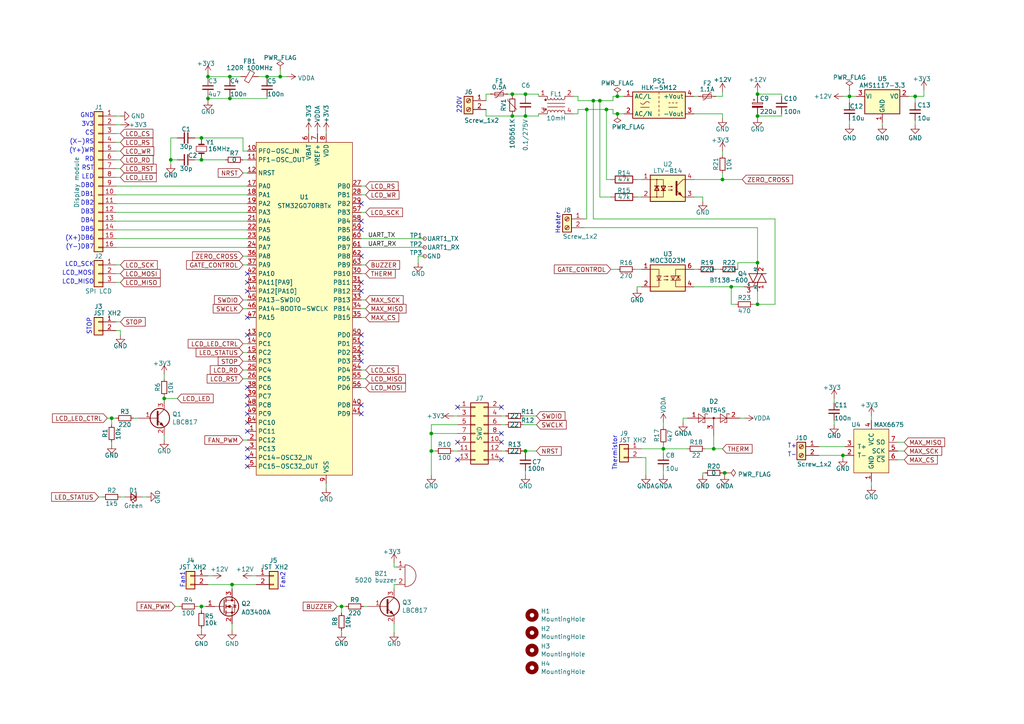
<source format=kicad_sch>
(kicad_sch (version 20211123) (generator eeschema)

  (uuid 70d5c94e-4b51-493e-80c5-98d2c2b0b85e)

  (paper "A4")

  

  (junction (at 179.07 33.02) (diameter 0) (color 0 0 0 0)
    (uuid 10d1282e-eda3-45e9-a948-3e5c9e05abd3)
  )
  (junction (at 125.095 130.81) (diameter 0) (color 0 0 0 0)
    (uuid 178eba62-bb03-4037-9b55-9f471fd5a5bf)
  )
  (junction (at 49.53 46.355) (diameter 0) (color 0 0 0 0)
    (uuid 18a5a8c7-664c-4a54-ba94-aa4f683fee93)
  )
  (junction (at 265.43 27.94) (diameter 0) (color 0 0 0 0)
    (uuid 2674fe2f-e560-40cc-bad9-2801cb6ee12d)
  )
  (junction (at 246.38 27.94) (diameter 0) (color 0 0 0 0)
    (uuid 2813f6f8-790e-4537-9314-18df1ad26b23)
  )
  (junction (at 192.405 130.175) (diameter 0) (color 0 0 0 0)
    (uuid 2a524186-8a30-4949-8c8b-de559e75c8fd)
  )
  (junction (at 219.71 27.305) (diameter 0) (color 0 0 0 0)
    (uuid 2a943c7c-1ab2-40d8-bb61-3e21e93c3d07)
  )
  (junction (at 81.28 22.225) (diameter 0) (color 0 0 0 0)
    (uuid 32f9f031-3a7d-436b-a697-64db254e9f48)
  )
  (junction (at 32.385 121.285) (diameter 0) (color 0 0 0 0)
    (uuid 3806f52e-f776-4ec5-a0b2-37172e8b24b3)
  )
  (junction (at 125.095 125.73) (diameter 0) (color 0 0 0 0)
    (uuid 4a66b485-3cc5-4737-bd32-71657bb2cb00)
  )
  (junction (at 244.475 132.08) (diameter 0) (color 0 0 0 0)
    (uuid 4b0034b3-1b35-4be3-9120-e386c0163984)
  )
  (junction (at 77.47 22.225) (diameter 0) (color 0 0 0 0)
    (uuid 5375496c-16d3-4105-a1bd-44d0c66b47f7)
  )
  (junction (at 175.895 31.75) (diameter 0) (color 0 0 0 0)
    (uuid 66ba1dbe-d797-4e4a-a4a0-cf74c21e2e86)
  )
  (junction (at 219.71 88.265) (diameter 0) (color 0 0 0 0)
    (uuid 67217886-8bbe-450c-bb8f-4a9c1c7eb7fe)
  )
  (junction (at 207.01 130.175) (diameter 0) (color 0 0 0 0)
    (uuid 6fa7d3c8-48cf-4d15-9fd3-43ed9300ac40)
  )
  (junction (at 209.55 52.07) (diameter 0) (color 0 0 0 0)
    (uuid 7402d442-a518-4f43-b83e-0e510efb64dd)
  )
  (junction (at 58.42 46.355) (diameter 0) (color 0 0 0 0)
    (uuid 75629cf6-1307-4c7e-ad40-dcb91ba16500)
  )
  (junction (at 152.4 27.305) (diameter 0) (color 0 0 0 0)
    (uuid 7669ec0a-426d-431a-ab1e-41c7e1ba9adf)
  )
  (junction (at 148.59 33.655) (diameter 0) (color 0 0 0 0)
    (uuid 7de47513-a74e-4b88-b327-be9905fcd108)
  )
  (junction (at 219.71 33.655) (diameter 0) (color 0 0 0 0)
    (uuid 85ca8925-6218-41d4-93ba-da83f606f910)
  )
  (junction (at 60.325 22.225) (diameter 0) (color 0 0 0 0)
    (uuid 87a032de-a869-49e6-b7e9-ffa0f10e2125)
  )
  (junction (at 210.185 137.16) (diameter 0) (color 0 0 0 0)
    (uuid 8da47eee-3165-4ffc-9fe4-61dd0dfa8ee8)
  )
  (junction (at 148.59 27.305) (diameter 0) (color 0 0 0 0)
    (uuid 8eee18f8-48f4-415e-b40c-de371c57cb35)
  )
  (junction (at 152.4 130.81) (diameter 0) (color 0 0 0 0)
    (uuid 92d302e0-db9a-4c4f-9f2c-34a8139517e5)
  )
  (junction (at 66.675 28.575) (diameter 0) (color 0 0 0 0)
    (uuid 955d7b53-c4b6-4346-ab04-2bac98fc9271)
  )
  (junction (at 212.09 83.185) (diameter 0) (color 0 0 0 0)
    (uuid 9820d6a2-96c1-4222-a96f-190be4642f26)
  )
  (junction (at 173.99 29.21) (diameter 0) (color 0 0 0 0)
    (uuid 98a1eea8-44a8-4a47-a427-e6cc41ebeafa)
  )
  (junction (at 172.085 29.21) (diameter 0) (color 0 0 0 0)
    (uuid 9aeb0cf7-682f-4953-a0c3-3444543cb436)
  )
  (junction (at 99.06 175.895) (diameter 0) (color 0 0 0 0)
    (uuid a7262465-6d9e-473a-bae3-ccbd4c7c4efa)
  )
  (junction (at 152.4 33.655) (diameter 0) (color 0 0 0 0)
    (uuid ae865a34-f421-4602-8c0e-fa7d06aa340e)
  )
  (junction (at 66.675 22.225) (diameter 0) (color 0 0 0 0)
    (uuid b1074374-f8c2-4c2d-9e63-777bc2947e26)
  )
  (junction (at 58.42 175.895) (diameter 0) (color 0 0 0 0)
    (uuid c0f903a9-00d7-4fad-ae1f-a8d69388ada8)
  )
  (junction (at 179.07 27.94) (diameter 0) (color 0 0 0 0)
    (uuid c773af5b-01b9-41bd-9805-08e47da79272)
  )
  (junction (at 170.18 31.75) (diameter 0) (color 0 0 0 0)
    (uuid cf99398f-5141-41cb-a9b8-f96be19e0226)
  )
  (junction (at 60.325 28.575) (diameter 0) (color 0 0 0 0)
    (uuid d3db1909-0dcc-44b7-b5eb-6b4eeb1acfa4)
  )
  (junction (at 58.42 40.005) (diameter 0) (color 0 0 0 0)
    (uuid e21e7e25-a7e8-4cb4-8e43-6e8f2e737d61)
  )
  (junction (at 47.625 115.57) (diameter 0) (color 0 0 0 0)
    (uuid e2b0dcc3-8ec2-4312-9923-d633e2ecacb5)
  )
  (junction (at 67.31 169.545) (diameter 0) (color 0 0 0 0)
    (uuid e9b73433-5613-4340-80df-b7e982d63d63)
  )
  (junction (at 219.71 76.2) (diameter 0) (color 0 0 0 0)
    (uuid f896ae27-bcdf-4350-ad6f-7b06190d5c77)
  )

  (no_connect (at 71.755 114.935) (uuid 02a0e8ca-1285-40f1-830a-fd6772d26e9e))
  (no_connect (at 71.755 130.175) (uuid 120c25cd-b48f-4118-8a11-8d340ac5b9ec))
  (no_connect (at 71.755 125.095) (uuid 13c8acdf-a53f-4840-8513-f27fcda50062))
  (no_connect (at 71.755 84.455) (uuid 231fb950-1955-44dc-88c0-205679e6be90))
  (no_connect (at 132.715 128.27) (uuid 29ccae83-b57f-48a8-abd1-e3ee2ed14c2b))
  (no_connect (at 145.415 133.35) (uuid 398b3637-6d4b-4338-b931-145a208eb5ac))
  (no_connect (at 104.775 84.455) (uuid 3cbaa695-625d-43c5-9799-d8a064245347))
  (no_connect (at 71.755 135.255) (uuid 58ddb0a5-68f2-4c92-bd26-a913a9056cbc))
  (no_connect (at 104.775 81.915) (uuid 5c494ac1-1540-4c8e-8831-34bbb571c120))
  (no_connect (at 104.775 120.015) (uuid 622eb112-b737-4b9c-92c8-3ba3a6c8215b))
  (no_connect (at 104.775 102.235) (uuid 62dee897-2e05-4958-b89e-91d5a11634bb))
  (no_connect (at 145.415 128.27) (uuid 6b8ee2cc-cd08-4e8d-9045-6b62ac3ba79f))
  (no_connect (at 71.755 81.915) (uuid 729964a8-5452-4e86-9f32-e1f2d6aae048))
  (no_connect (at 71.755 97.155) (uuid 7c2f64c1-84c7-447a-bf07-5e2cfb5a8ead))
  (no_connect (at 71.755 120.015) (uuid 7f5c9fab-9fd4-44ad-abcf-7d891e2d2080))
  (no_connect (at 104.775 97.155) (uuid 803d3936-1234-48b3-b783-725ed3d1872b))
  (no_connect (at 145.415 118.11) (uuid 8744691b-6641-436e-9f46-a8d48ce27583))
  (no_connect (at 104.775 99.695) (uuid 89f2040c-1b88-4ada-b27f-7fe5ff355b3c))
  (no_connect (at 71.755 92.075) (uuid 93010cf3-63f8-4b68-9d6c-045dbc2f694e))
  (no_connect (at 71.755 132.715) (uuid bb6588e9-a9ff-473e-a628-11e627baf898))
  (no_connect (at 71.755 79.375) (uuid bb7c6493-2b1d-481a-8549-a2bf084febff))
  (no_connect (at 104.775 104.775) (uuid c0abdffa-7a3e-4939-9f6c-a2662f359cd8))
  (no_connect (at 132.715 133.35) (uuid c4265f23-a72b-4efe-9397-f668a170c441))
  (no_connect (at 104.775 117.475) (uuid c6df1aad-79b6-4b02-b9c4-8c9e977ce511))
  (no_connect (at 71.755 117.475) (uuid cffaf50c-0cf6-4e1e-9920-d70b70154d57))
  (no_connect (at 104.775 66.675) (uuid d63d23db-05cd-4b6f-99af-9abae33759ed))
  (no_connect (at 104.775 74.295) (uuid d63d23db-05cd-4b6f-99af-9abae33759ed))
  (no_connect (at 104.775 64.135) (uuid d63d23db-05cd-4b6f-99af-9abae33759ed))
  (no_connect (at 132.715 118.11) (uuid d66678ba-b776-40e5-b647-81b29a23c0cf))
  (no_connect (at 71.755 112.395) (uuid ecf2293c-0457-4b5d-91a1-8249fea43123))
  (no_connect (at 71.755 122.555) (uuid f0b9537d-50f2-4a4e-8743-f58c7a0b499e))
  (no_connect (at 145.415 125.73) (uuid f3f3afbf-cdc2-4821-bd58-e917acce0b45))
  (no_connect (at 104.775 59.055) (uuid f73c516f-b57a-4220-9960-8cb4dba9027c))

  (wire (pts (xy 219.71 88.265) (xy 219.71 84.455))
    (stroke (width 0) (type default) (color 0 0 0 0))
    (uuid 0021461e-29f3-423e-9587-5901802d71b2)
  )
  (wire (pts (xy 167.64 29.21) (xy 172.085 29.21))
    (stroke (width 0) (type default) (color 0 0 0 0))
    (uuid 007ce7f0-c2c3-4aaa-82bb-fdf3c8562e05)
  )
  (wire (pts (xy 58.42 175.895) (xy 59.69 175.895))
    (stroke (width 0) (type default) (color 0 0 0 0))
    (uuid 00ab1310-3a4b-4ee9-8d79-777dcf16f212)
  )
  (wire (pts (xy 70.485 104.775) (xy 71.755 104.775))
    (stroke (width 0) (type default) (color 0 0 0 0))
    (uuid 012e6a48-1ff4-4d3f-ba21-915f00c9e26d)
  )
  (wire (pts (xy 71.755 86.995) (xy 70.485 86.995))
    (stroke (width 0) (type default) (color 0 0 0 0))
    (uuid 0144d383-eac1-4f04-b205-b70cb20a560d)
  )
  (wire (pts (xy 33.655 56.515) (xy 71.755 56.515))
    (stroke (width 0) (type default) (color 0 0 0 0))
    (uuid 01c58a7e-d6b5-40d0-bda4-8ccd186d7beb)
  )
  (wire (pts (xy 201.295 33.02) (xy 209.55 33.02))
    (stroke (width 0) (type default) (color 0 0 0 0))
    (uuid 022babd2-5db8-4723-9f7d-bcb28a887d46)
  )
  (wire (pts (xy 51.435 40.005) (xy 49.53 40.005))
    (stroke (width 0) (type default) (color 0 0 0 0))
    (uuid 03d6590e-4c39-45de-88db-ceaf49cd88fc)
  )
  (wire (pts (xy 169.545 63.5) (xy 170.18 63.5))
    (stroke (width 0) (type default) (color 0 0 0 0))
    (uuid 0573d05d-d8de-470a-a9c2-1610483fd700)
  )
  (wire (pts (xy 104.775 69.215) (xy 123.19 69.215))
    (stroke (width 0) (type default) (color 0 0 0 0))
    (uuid 066e8e26-4711-4f62-9f42-df6e54e78b18)
  )
  (wire (pts (xy 70.485 43.815) (xy 71.755 43.815))
    (stroke (width 0) (type default) (color 0 0 0 0))
    (uuid 073ed338-2da0-4d4d-b98b-17c345cd2540)
  )
  (wire (pts (xy 219.71 33.655) (xy 219.71 33.02))
    (stroke (width 0) (type default) (color 0 0 0 0))
    (uuid 0aac980a-4e18-4f80-9bc9-0aef6e9345e6)
  )
  (wire (pts (xy 60.325 22.225) (xy 60.325 22.86))
    (stroke (width 0) (type default) (color 0 0 0 0))
    (uuid 0ac91038-65c9-45fa-a371-6b1c8ee2fd8d)
  )
  (wire (pts (xy 177.8 31.75) (xy 177.8 33.02))
    (stroke (width 0) (type default) (color 0 0 0 0))
    (uuid 0b4f6b92-2b02-4121-925d-528fb47994ff)
  )
  (wire (pts (xy 121.285 74.295) (xy 121.285 76.2))
    (stroke (width 0) (type default) (color 0 0 0 0))
    (uuid 0da35be7-ed3b-4496-9bd7-6746ce122503)
  )
  (wire (pts (xy 192.405 130.175) (xy 199.39 130.175))
    (stroke (width 0) (type default) (color 0 0 0 0))
    (uuid 0dfa5151-f145-4af5-a82a-3762f0478d22)
  )
  (wire (pts (xy 67.31 180.975) (xy 67.31 182.88))
    (stroke (width 0) (type default) (color 0 0 0 0))
    (uuid 0e7d0507-1a25-47db-b391-eebe906ef052)
  )
  (wire (pts (xy 201.295 78.105) (xy 202.565 78.105))
    (stroke (width 0) (type default) (color 0 0 0 0))
    (uuid 0ed25811-49a6-4f41-a7b9-8fd7e354f294)
  )
  (wire (pts (xy 106.045 61.595) (xy 104.775 61.595))
    (stroke (width 0) (type default) (color 0 0 0 0))
    (uuid 12d6ccd4-0ece-4fd3-b388-f80fe4a9f526)
  )
  (wire (pts (xy 260.35 128.27) (xy 262.255 128.27))
    (stroke (width 0) (type default) (color 0 0 0 0))
    (uuid 146cb325-707a-497b-a051-8670d8e32009)
  )
  (wire (pts (xy 224.79 88.265) (xy 224.79 63.5))
    (stroke (width 0) (type default) (color 0 0 0 0))
    (uuid 14e94641-5b7e-45fa-aa63-d7f60ae2f28e)
  )
  (wire (pts (xy 203.835 137.16) (xy 204.47 137.16))
    (stroke (width 0) (type default) (color 0 0 0 0))
    (uuid 151f31cd-ebd1-403e-b171-6bc15a04fc5c)
  )
  (wire (pts (xy 219.71 76.2) (xy 219.71 76.835))
    (stroke (width 0) (type default) (color 0 0 0 0))
    (uuid 15ac11b4-6f83-4265-8708-9a1c8046cc27)
  )
  (wire (pts (xy 172.085 63.5) (xy 172.085 29.21))
    (stroke (width 0) (type default) (color 0 0 0 0))
    (uuid 169bf69e-01f6-48a1-a981-713ab5457cd2)
  )
  (wire (pts (xy 219.71 66.04) (xy 219.71 76.2))
    (stroke (width 0) (type default) (color 0 0 0 0))
    (uuid 17346005-ee7a-448a-98ca-695574ed6db0)
  )
  (wire (pts (xy 58.42 46.355) (xy 65.405 46.355))
    (stroke (width 0) (type default) (color 0 0 0 0))
    (uuid 17908aa3-3d4d-4772-9eac-9638d5436758)
  )
  (wire (pts (xy 140.97 27.305) (xy 142.24 27.305))
    (stroke (width 0) (type default) (color 0 0 0 0))
    (uuid 18a4c2e2-9b37-428c-aaeb-fc963d0af765)
  )
  (wire (pts (xy 267.97 27.94) (xy 265.43 27.94))
    (stroke (width 0) (type default) (color 0 0 0 0))
    (uuid 1a386317-bdf0-4bfe-ada3-a80fd004c070)
  )
  (wire (pts (xy 125.095 125.73) (xy 125.095 130.81))
    (stroke (width 0) (type default) (color 0 0 0 0))
    (uuid 1af33c80-2561-4b1e-b204-f83de0f09f67)
  )
  (wire (pts (xy 33.655 41.275) (xy 34.925 41.275))
    (stroke (width 0) (type default) (color 0 0 0 0))
    (uuid 1cd9e01c-20f6-4a19-a03b-9c286a691e93)
  )
  (wire (pts (xy 246.38 26.035) (xy 246.38 27.94))
    (stroke (width 0) (type default) (color 0 0 0 0))
    (uuid 1cf0ee07-09b4-4188-acb1-826fb352eda1)
  )
  (wire (pts (xy 241.935 121.92) (xy 241.935 123.19))
    (stroke (width 0) (type default) (color 0 0 0 0))
    (uuid 1d773b12-42af-472a-b205-8d8884bf8bf5)
  )
  (wire (pts (xy 241.935 115.57) (xy 241.935 116.84))
    (stroke (width 0) (type default) (color 0 0 0 0))
    (uuid 1dcb7028-30dc-4be3-9d1c-b06404d833e8)
  )
  (wire (pts (xy 186.055 83.185) (xy 184.785 83.185))
    (stroke (width 0) (type default) (color 0 0 0 0))
    (uuid 1e611147-23a0-46d4-bc28-c8e2431653bc)
  )
  (wire (pts (xy 145.415 120.65) (xy 146.685 120.65))
    (stroke (width 0) (type default) (color 0 0 0 0))
    (uuid 1f7ff77e-d427-4fb7-b5a8-84efa7a2c4ce)
  )
  (wire (pts (xy 33.655 81.915) (xy 34.925 81.915))
    (stroke (width 0) (type default) (color 0 0 0 0))
    (uuid 1fcf8551-87f7-4810-9cef-24f2e85198c9)
  )
  (wire (pts (xy 145.415 130.81) (xy 146.685 130.81))
    (stroke (width 0) (type default) (color 0 0 0 0))
    (uuid 2119aee8-1a12-4149-9899-d7d5887b62e7)
  )
  (wire (pts (xy 33.655 69.215) (xy 71.755 69.215))
    (stroke (width 0) (type default) (color 0 0 0 0))
    (uuid 229ea638-20c6-4b22-9c8e-9a21c25f3c04)
  )
  (wire (pts (xy 33.655 48.895) (xy 34.925 48.895))
    (stroke (width 0) (type default) (color 0 0 0 0))
    (uuid 231e9158-cad2-4d0a-9a44-7e94496c6105)
  )
  (wire (pts (xy 60.325 21.59) (xy 60.325 22.225))
    (stroke (width 0) (type default) (color 0 0 0 0))
    (uuid 2427064f-e22e-426c-86ce-bac1c0f4a05c)
  )
  (wire (pts (xy 77.47 28.575) (xy 66.675 28.575))
    (stroke (width 0) (type default) (color 0 0 0 0))
    (uuid 252ba6a7-e71e-4a0f-a62a-bb1dfd96477a)
  )
  (wire (pts (xy 219.71 33.655) (xy 226.695 33.655))
    (stroke (width 0) (type default) (color 0 0 0 0))
    (uuid 26be7da3-3add-4daf-b009-21aa81320c47)
  )
  (wire (pts (xy 73.025 167.005) (xy 74.295 167.005))
    (stroke (width 0) (type default) (color 0 0 0 0))
    (uuid 284a0d2b-52e7-47d2-a9f8-25e4857b1108)
  )
  (wire (pts (xy 114.3 163.195) (xy 114.3 164.465))
    (stroke (width 0) (type default) (color 0 0 0 0))
    (uuid 298d4d5f-e2a3-4d61-a537-807b78ffd3a6)
  )
  (wire (pts (xy 104.775 79.375) (xy 106.045 79.375))
    (stroke (width 0) (type default) (color 0 0 0 0))
    (uuid 2b2987f5-ce94-4e64-b0d0-4b4a038748d4)
  )
  (wire (pts (xy 184.785 57.15) (xy 186.055 57.15))
    (stroke (width 0) (type default) (color 0 0 0 0))
    (uuid 2b54976f-acfa-4453-91b9-5be6fb009020)
  )
  (wire (pts (xy 260.35 130.81) (xy 262.255 130.81))
    (stroke (width 0) (type default) (color 0 0 0 0))
    (uuid 2c7cf1f3-1c7a-4fdc-abae-1ff2b4a13bf0)
  )
  (wire (pts (xy 114.3 170.815) (xy 114.3 169.545))
    (stroke (width 0) (type default) (color 0 0 0 0))
    (uuid 2e2ff7e0-e2d0-466c-8128-1fd106af9edb)
  )
  (wire (pts (xy 33.655 46.355) (xy 34.925 46.355))
    (stroke (width 0) (type default) (color 0 0 0 0))
    (uuid 2f2a549e-bb0e-47a8-ab2e-14d62e38d710)
  )
  (wire (pts (xy 58.42 40.64) (xy 58.42 40.005))
    (stroke (width 0) (type default) (color 0 0 0 0))
    (uuid 2f7478d0-9cff-402b-8554-c7a0b329b89a)
  )
  (wire (pts (xy 198.12 122.555) (xy 198.12 121.285))
    (stroke (width 0) (type default) (color 0 0 0 0))
    (uuid 312e8498-08e2-4ed6-bff3-351c87d1d82d)
  )
  (wire (pts (xy 184.15 78.105) (xy 186.055 78.105))
    (stroke (width 0) (type default) (color 0 0 0 0))
    (uuid 328ea336-6d64-44fe-a15f-5d6c55b12ff5)
  )
  (wire (pts (xy 219.71 27.305) (xy 219.71 26.67))
    (stroke (width 0) (type default) (color 0 0 0 0))
    (uuid 32c83969-feb6-45ec-b6b8-e008c73cd0c6)
  )
  (wire (pts (xy 152.4 131.445) (xy 152.4 130.81))
    (stroke (width 0) (type default) (color 0 0 0 0))
    (uuid 340bd1ac-de65-4ae6-901d-42870f8619a6)
  )
  (wire (pts (xy 33.655 53.975) (xy 71.755 53.975))
    (stroke (width 0) (type default) (color 0 0 0 0))
    (uuid 3542be4e-b4ee-45a1-9d63-f53e37486c50)
  )
  (wire (pts (xy 125.095 130.81) (xy 126.365 130.81))
    (stroke (width 0) (type default) (color 0 0 0 0))
    (uuid 364c1969-f137-4838-90c1-928bd9479741)
  )
  (wire (pts (xy 56.515 46.355) (xy 58.42 46.355))
    (stroke (width 0) (type default) (color 0 0 0 0))
    (uuid 3752a0c4-1dcb-49d4-a2e5-80549881d80e)
  )
  (wire (pts (xy 187.325 132.715) (xy 186.055 132.715))
    (stroke (width 0) (type default) (color 0 0 0 0))
    (uuid 3bdc0e83-6cc4-46b1-b021-984a1e7cffe1)
  )
  (wire (pts (xy 172.085 29.21) (xy 173.99 29.21))
    (stroke (width 0) (type default) (color 0 0 0 0))
    (uuid 3c1523fb-19b3-415e-8bee-782669dbda4d)
  )
  (wire (pts (xy 81.28 22.225) (xy 77.47 22.225))
    (stroke (width 0) (type default) (color 0 0 0 0))
    (uuid 3cd7d5c3-9d51-4310-bc8d-6d3dd49a26cb)
  )
  (wire (pts (xy 114.3 164.465) (xy 114.935 164.465))
    (stroke (width 0) (type default) (color 0 0 0 0))
    (uuid 3e24501e-5c37-4797-b79d-2a21bbc58639)
  )
  (wire (pts (xy 70.485 127.635) (xy 71.755 127.635))
    (stroke (width 0) (type default) (color 0 0 0 0))
    (uuid 3e438bf2-5d45-4fe2-893d-8d01133768aa)
  )
  (wire (pts (xy 94.615 38.735) (xy 94.615 38.1))
    (stroke (width 0) (type default) (color 0 0 0 0))
    (uuid 41254fb2-5180-46c8-85b6-c57dbbb63d57)
  )
  (wire (pts (xy 213.36 88.265) (xy 212.09 88.265))
    (stroke (width 0) (type default) (color 0 0 0 0))
    (uuid 413ad3e7-dc04-4a32-acc3-cccdeed34133)
  )
  (wire (pts (xy 33.655 64.135) (xy 71.755 64.135))
    (stroke (width 0) (type default) (color 0 0 0 0))
    (uuid 44a25521-3a36-43dc-86e3-dee410723620)
  )
  (wire (pts (xy 132.715 120.65) (xy 131.445 120.65))
    (stroke (width 0) (type default) (color 0 0 0 0))
    (uuid 44fd9920-f365-4de2-a0ed-67ea47900838)
  )
  (wire (pts (xy 32.385 121.285) (xy 32.385 123.19))
    (stroke (width 0) (type default) (color 0 0 0 0))
    (uuid 459c61eb-9f32-4788-97e9-e10295993852)
  )
  (wire (pts (xy 140.97 29.21) (xy 140.97 27.305))
    (stroke (width 0) (type default) (color 0 0 0 0))
    (uuid 474ccf69-2c04-421a-9d57-12406be3375b)
  )
  (wire (pts (xy 50.8 175.895) (xy 52.07 175.895))
    (stroke (width 0) (type default) (color 0 0 0 0))
    (uuid 485db09e-08b8-4ebf-8505-c093f7bcc081)
  )
  (wire (pts (xy 267.97 26.035) (xy 267.97 27.94))
    (stroke (width 0) (type default) (color 0 0 0 0))
    (uuid 4c33aebc-da00-4a30-aa22-90bebf81a76f)
  )
  (wire (pts (xy 184.785 52.07) (xy 186.055 52.07))
    (stroke (width 0) (type default) (color 0 0 0 0))
    (uuid 4c437070-8a96-4794-8415-41de164051c8)
  )
  (wire (pts (xy 260.35 133.35) (xy 262.255 133.35))
    (stroke (width 0) (type default) (color 0 0 0 0))
    (uuid 4ce33d32-0190-468e-9609-9d0da1c506d1)
  )
  (wire (pts (xy 244.475 132.715) (xy 244.475 132.08))
    (stroke (width 0) (type default) (color 0 0 0 0))
    (uuid 4e5691f8-785f-45e7-b4f7-8fef0e7a06be)
  )
  (wire (pts (xy 106.68 175.895) (xy 105.41 175.895))
    (stroke (width 0) (type default) (color 0 0 0 0))
    (uuid 4f55e4bd-bb3b-4ee3-9afc-f86399ee41f4)
  )
  (wire (pts (xy 33.655 43.815) (xy 34.925 43.815))
    (stroke (width 0) (type default) (color 0 0 0 0))
    (uuid 5010040e-1fa2-478d-ad5c-c5a5ed31e76a)
  )
  (wire (pts (xy 34.925 95.885) (xy 33.655 95.885))
    (stroke (width 0) (type default) (color 0 0 0 0))
    (uuid 50956549-6d1d-497b-9d30-82d9190ecd95)
  )
  (wire (pts (xy 265.43 36.195) (xy 265.43 34.925))
    (stroke (width 0) (type default) (color 0 0 0 0))
    (uuid 5160db40-f61a-48bf-88b4-bb5ac60e8c5c)
  )
  (wire (pts (xy 99.06 175.895) (xy 99.06 177.8))
    (stroke (width 0) (type default) (color 0 0 0 0))
    (uuid 51748198-6651-4d5f-91c6-5c932877469e)
  )
  (wire (pts (xy 244.475 27.94) (xy 246.38 27.94))
    (stroke (width 0) (type default) (color 0 0 0 0))
    (uuid 51fa0dae-5c5d-43be-a032-d5e704105e36)
  )
  (wire (pts (xy 99.06 175.895) (xy 97.79 175.895))
    (stroke (width 0) (type default) (color 0 0 0 0))
    (uuid 52cc17ab-1c7d-46ef-bd12-7cdc557dea44)
  )
  (wire (pts (xy 179.07 33.02) (xy 180.975 33.02))
    (stroke (width 0) (type default) (color 0 0 0 0))
    (uuid 53db0dc0-dfcf-4bc3-86dc-ffaf3adceda5)
  )
  (wire (pts (xy 70.485 50.165) (xy 71.755 50.165))
    (stroke (width 0) (type default) (color 0 0 0 0))
    (uuid 54c86742-77c6-4e83-b5ac-c3d2c7e1ffbf)
  )
  (wire (pts (xy 33.655 59.055) (xy 71.755 59.055))
    (stroke (width 0) (type default) (color 0 0 0 0))
    (uuid 553624ab-59cc-4b73-ba66-e480e762af82)
  )
  (wire (pts (xy 209.55 33.02) (xy 209.55 34.29))
    (stroke (width 0) (type default) (color 0 0 0 0))
    (uuid 5562c925-f045-40b8-92d6-6b7d2804d02e)
  )
  (wire (pts (xy 33.655 38.735) (xy 34.925 38.735))
    (stroke (width 0) (type default) (color 0 0 0 0))
    (uuid 5979264b-6afe-4e22-96c5-3f71a986ef24)
  )
  (wire (pts (xy 99.06 182.88) (xy 99.06 183.515))
    (stroke (width 0) (type default) (color 0 0 0 0))
    (uuid 5a6e0996-726c-4734-b732-4de754e0fd61)
  )
  (wire (pts (xy 219.71 88.265) (xy 224.79 88.265))
    (stroke (width 0) (type default) (color 0 0 0 0))
    (uuid 5a9fc432-e44b-4e3c-9c3d-22a69730a0bd)
  )
  (wire (pts (xy 47.625 114.935) (xy 47.625 115.57))
    (stroke (width 0) (type default) (color 0 0 0 0))
    (uuid 5d7c9844-6843-4bf4-8e02-546ebb64d2b1)
  )
  (wire (pts (xy 66.675 27.94) (xy 66.675 28.575))
    (stroke (width 0) (type default) (color 0 0 0 0))
    (uuid 5dca9511-d8cd-4147-bd9f-31dd1bd1dd6d)
  )
  (wire (pts (xy 212.09 83.185) (xy 215.9 83.185))
    (stroke (width 0) (type default) (color 0 0 0 0))
    (uuid 5ee0bac8-a1bf-47f5-851e-f3aa88aed95e)
  )
  (wire (pts (xy 145.415 123.19) (xy 146.685 123.19))
    (stroke (width 0) (type default) (color 0 0 0 0))
    (uuid 5f0421c7-6eee-4199-9d9a-3d8bc1ed0d8d)
  )
  (wire (pts (xy 34.925 93.345) (xy 33.655 93.345))
    (stroke (width 0) (type default) (color 0 0 0 0))
    (uuid 5f532fb3-61a0-4311-84e3-980da4cac791)
  )
  (wire (pts (xy 131.445 130.81) (xy 132.715 130.81))
    (stroke (width 0) (type default) (color 0 0 0 0))
    (uuid 5f54bcb8-0a80-47c7-a329-d6dcc9d5f1fd)
  )
  (wire (pts (xy 104.775 56.515) (xy 106.045 56.515))
    (stroke (width 0) (type default) (color 0 0 0 0))
    (uuid 5ffe049d-d6ca-4d4b-9828-4de9d6b65180)
  )
  (wire (pts (xy 187.325 137.795) (xy 187.325 132.715))
    (stroke (width 0) (type default) (color 0 0 0 0))
    (uuid 604bd3df-937d-4be0-9c3f-52ae19fce0ab)
  )
  (wire (pts (xy 213.995 78.105) (xy 213.995 76.2))
    (stroke (width 0) (type default) (color 0 0 0 0))
    (uuid 609e9a3c-4516-495e-9fd2-c9a2d058a806)
  )
  (wire (pts (xy 49.53 46.355) (xy 49.53 47.625))
    (stroke (width 0) (type default) (color 0 0 0 0))
    (uuid 63a9b380-5a3c-44f9-8357-42fca1d949d7)
  )
  (wire (pts (xy 148.59 27.305) (xy 148.59 27.94))
    (stroke (width 0) (type default) (color 0 0 0 0))
    (uuid 6427b149-8335-42f9-beab-08f2b86f5d01)
  )
  (wire (pts (xy 170.18 31.75) (xy 175.895 31.75))
    (stroke (width 0) (type default) (color 0 0 0 0))
    (uuid 651f9eb4-002d-4a2c-aa75-227371ea604a)
  )
  (wire (pts (xy 34.925 144.145) (xy 36.195 144.145))
    (stroke (width 0) (type default) (color 0 0 0 0))
    (uuid 661a5444-c2d9-4db8-959d-373e0df196f7)
  )
  (wire (pts (xy 125.095 130.81) (xy 125.095 137.795))
    (stroke (width 0) (type default) (color 0 0 0 0))
    (uuid 66c44345-8bca-45e9-b3f5-ca66e11b59b3)
  )
  (wire (pts (xy 209.55 43.815) (xy 209.55 45.085))
    (stroke (width 0) (type default) (color 0 0 0 0))
    (uuid 69ae94e7-48ef-4f42-8265-cacf71aebd13)
  )
  (wire (pts (xy 152.4 27.305) (xy 152.4 27.94))
    (stroke (width 0) (type default) (color 0 0 0 0))
    (uuid 6a1441f2-4627-4d36-b4cf-a5aeac796080)
  )
  (wire (pts (xy 186.055 130.175) (xy 192.405 130.175))
    (stroke (width 0) (type default) (color 0 0 0 0))
    (uuid 6a50f686-04a8-43bf-8595-9ee16fa9220b)
  )
  (wire (pts (xy 125.095 123.19) (xy 125.095 125.73))
    (stroke (width 0) (type default) (color 0 0 0 0))
    (uuid 6b1ccedd-d6e8-4ff3-b0a9-a40316cd89d5)
  )
  (wire (pts (xy 47.625 115.57) (xy 51.435 115.57))
    (stroke (width 0) (type default) (color 0 0 0 0))
    (uuid 6c52db09-1cb8-4628-b97d-cd400f82756a)
  )
  (wire (pts (xy 219.71 27.305) (xy 226.695 27.305))
    (stroke (width 0) (type default) (color 0 0 0 0))
    (uuid 6ca4801d-06e0-479b-9dd7-7f378b83911c)
  )
  (wire (pts (xy 177.165 78.105) (xy 179.07 78.105))
    (stroke (width 0) (type default) (color 0 0 0 0))
    (uuid 6cec7a00-1c0a-4b85-ba0d-b68674bbf602)
  )
  (wire (pts (xy 104.775 86.995) (xy 106.045 86.995))
    (stroke (width 0) (type default) (color 0 0 0 0))
    (uuid 6e247e44-f717-4a85-8038-5e0ee1c1b729)
  )
  (wire (pts (xy 60.325 27.94) (xy 60.325 28.575))
    (stroke (width 0) (type default) (color 0 0 0 0))
    (uuid 6eabda4d-213f-4d12-bb0f-841999959543)
  )
  (wire (pts (xy 177.165 52.07) (xy 175.895 52.07))
    (stroke (width 0) (type default) (color 0 0 0 0))
    (uuid 6ebd19aa-16b0-4a2f-b643-07e07cf69388)
  )
  (wire (pts (xy 74.295 169.545) (xy 67.31 169.545))
    (stroke (width 0) (type default) (color 0 0 0 0))
    (uuid 7012ddf8-ad0b-4f65-8ed8-2bb9cfc77198)
  )
  (wire (pts (xy 34.925 97.155) (xy 34.925 95.885))
    (stroke (width 0) (type default) (color 0 0 0 0))
    (uuid 716a1d72-a69c-4b20-af6a-6f6a6d12d249)
  )
  (wire (pts (xy 66.675 28.575) (xy 60.325 28.575))
    (stroke (width 0) (type default) (color 0 0 0 0))
    (uuid 72b4f67e-72f2-4c23-86d4-e502e953015e)
  )
  (wire (pts (xy 252.73 121.92) (xy 252.73 120.65))
    (stroke (width 0) (type default) (color 0 0 0 0))
    (uuid 7360f44e-c228-43ab-b4c0-fe6c5d0838f3)
  )
  (wire (pts (xy 167.64 29.21) (xy 167.64 27.94))
    (stroke (width 0) (type default) (color 0 0 0 0))
    (uuid 74362be6-c139-4054-8806-c3e14c558bd1)
  )
  (wire (pts (xy 60.325 28.575) (xy 60.325 29.21))
    (stroke (width 0) (type default) (color 0 0 0 0))
    (uuid 75d5fb48-948d-4648-887f-a9c863b86061)
  )
  (wire (pts (xy 210.185 137.16) (xy 210.82 137.16))
    (stroke (width 0) (type default) (color 0 0 0 0))
    (uuid 77a7f791-b935-4328-8ff0-70e4550244e8)
  )
  (wire (pts (xy 177.8 29.21) (xy 177.8 27.94))
    (stroke (width 0) (type default) (color 0 0 0 0))
    (uuid 795b2203-8956-48d7-9017-c5a4422098f1)
  )
  (wire (pts (xy 207.645 27.94) (xy 209.55 27.94))
    (stroke (width 0) (type default) (color 0 0 0 0))
    (uuid 79a209df-6e02-4e05-917f-9293986be211)
  )
  (wire (pts (xy 175.895 52.07) (xy 175.895 31.75))
    (stroke (width 0) (type default) (color 0 0 0 0))
    (uuid 7a83ac6a-0e04-4867-b6b9-8c951c04c790)
  )
  (wire (pts (xy 246.38 27.94) (xy 248.285 27.94))
    (stroke (width 0) (type default) (color 0 0 0 0))
    (uuid 7d129dde-9d30-47aa-8c96-5f5e72207dca)
  )
  (wire (pts (xy 209.55 27.94) (xy 209.55 26.67))
    (stroke (width 0) (type default) (color 0 0 0 0))
    (uuid 7d282ae5-1107-4ab8-b31c-9a5b067057b1)
  )
  (wire (pts (xy 148.59 33.02) (xy 148.59 33.655))
    (stroke (width 0) (type default) (color 0 0 0 0))
    (uuid 7e8fe8c9-816b-448d-aaca-07e727be6194)
  )
  (wire (pts (xy 67.31 169.545) (xy 67.31 170.815))
    (stroke (width 0) (type default) (color 0 0 0 0))
    (uuid 7f38848b-7fcc-4fc9-b355-8ae03f5e757d)
  )
  (wire (pts (xy 213.995 76.2) (xy 219.71 76.2))
    (stroke (width 0) (type default) (color 0 0 0 0))
    (uuid 7f555394-fab9-4ec3-827c-6b0193f49577)
  )
  (wire (pts (xy 70.485 74.295) (xy 71.755 74.295))
    (stroke (width 0) (type default) (color 0 0 0 0))
    (uuid 80af133c-7ab7-481d-a2c4-c345acbfb701)
  )
  (wire (pts (xy 140.97 31.75) (xy 140.97 33.655))
    (stroke (width 0) (type default) (color 0 0 0 0))
    (uuid 815982db-49df-4d5b-b8b9-c320a08cd403)
  )
  (wire (pts (xy 40.005 121.285) (xy 38.735 121.285))
    (stroke (width 0) (type default) (color 0 0 0 0))
    (uuid 8198cc5e-8f72-441b-a2e1-92ca5661103e)
  )
  (wire (pts (xy 212.09 88.265) (xy 212.09 83.185))
    (stroke (width 0) (type default) (color 0 0 0 0))
    (uuid 82ff02ef-bf7f-44c2-b2f3-c3661287c2f8)
  )
  (wire (pts (xy 47.625 108.585) (xy 47.625 109.855))
    (stroke (width 0) (type default) (color 0 0 0 0))
    (uuid 8393e6a9-e1fc-4aea-ba01-3e83eb081d0d)
  )
  (wire (pts (xy 33.655 61.595) (xy 71.755 61.595))
    (stroke (width 0) (type default) (color 0 0 0 0))
    (uuid 8609d100-e28f-4018-a4b8-74fd2501266e)
  )
  (wire (pts (xy 255.905 35.56) (xy 255.905 36.195))
    (stroke (width 0) (type default) (color 0 0 0 0))
    (uuid 867fd820-861f-410c-bbe1-5263bbc3abb7)
  )
  (wire (pts (xy 70.485 107.315) (xy 71.755 107.315))
    (stroke (width 0) (type default) (color 0 0 0 0))
    (uuid 87d28045-2257-47b9-a776-bf8e55ef8fd9)
  )
  (wire (pts (xy 33.655 121.285) (xy 32.385 121.285))
    (stroke (width 0) (type default) (color 0 0 0 0))
    (uuid 87efc790-8644-489c-9b71-13ce7d7005eb)
  )
  (wire (pts (xy 226.695 33.655) (xy 226.695 33.02))
    (stroke (width 0) (type default) (color 0 0 0 0))
    (uuid 888479f6-cea3-4ff3-be20-e81a6b25142c)
  )
  (wire (pts (xy 169.545 66.04) (xy 219.71 66.04))
    (stroke (width 0) (type default) (color 0 0 0 0))
    (uuid 8903591f-4a92-454b-a922-4c68da60fd28)
  )
  (wire (pts (xy 167.64 31.75) (xy 167.64 33.02))
    (stroke (width 0) (type default) (color 0 0 0 0))
    (uuid 8bed222f-37ff-4df9-851f-bb33fbd28ded)
  )
  (wire (pts (xy 66.675 22.225) (xy 60.325 22.225))
    (stroke (width 0) (type default) (color 0 0 0 0))
    (uuid 8c3d788d-64a1-4554-9485-f491a5d6e471)
  )
  (wire (pts (xy 148.59 27.305) (xy 152.4 27.305))
    (stroke (width 0) (type default) (color 0 0 0 0))
    (uuid 8ca3a81c-7144-4a4e-afd1-0271fae8b173)
  )
  (wire (pts (xy 167.64 33.02) (xy 166.37 33.02))
    (stroke (width 0) (type default) (color 0 0 0 0))
    (uuid 8cc5b1ad-9be6-4bd1-957b-d3025b273707)
  )
  (wire (pts (xy 226.695 27.305) (xy 226.695 27.94))
    (stroke (width 0) (type default) (color 0 0 0 0))
    (uuid 8da772be-ea34-489f-850b-6ab6bf20816c)
  )
  (wire (pts (xy 89.535 38.735) (xy 89.535 38.1))
    (stroke (width 0) (type default) (color 0 0 0 0))
    (uuid 8ff75145-f9e9-4eaf-83c7-20940f3590d8)
  )
  (wire (pts (xy 207.645 78.105) (xy 208.915 78.105))
    (stroke (width 0) (type default) (color 0 0 0 0))
    (uuid 91f496bc-847e-4fd5-9d13-c0e00e3204b8)
  )
  (wire (pts (xy 210.185 137.16) (xy 209.55 137.16))
    (stroke (width 0) (type default) (color 0 0 0 0))
    (uuid 925d5cd3-bd99-4201-827b-ab70a6fa5582)
  )
  (wire (pts (xy 192.405 122.555) (xy 192.405 123.825))
    (stroke (width 0) (type default) (color 0 0 0 0))
    (uuid 928d07b3-a32b-49fc-8c12-1246b18ade13)
  )
  (wire (pts (xy 70.485 40.005) (xy 70.485 43.815))
    (stroke (width 0) (type default) (color 0 0 0 0))
    (uuid 9475b2ff-b90b-4ded-ad75-554f02186aef)
  )
  (wire (pts (xy 209.55 52.07) (xy 209.55 50.165))
    (stroke (width 0) (type default) (color 0 0 0 0))
    (uuid 9568bf06-a903-4bde-93ce-f23adc0565fa)
  )
  (wire (pts (xy 152.4 33.02) (xy 152.4 33.655))
    (stroke (width 0) (type default) (color 0 0 0 0))
    (uuid 96857661-1aa9-4cde-a3f9-64424767014e)
  )
  (wire (pts (xy 265.43 29.845) (xy 265.43 27.94))
    (stroke (width 0) (type default) (color 0 0 0 0))
    (uuid 996bc412-7bdb-4d0a-b241-0119b1119769)
  )
  (wire (pts (xy 33.655 76.835) (xy 34.925 76.835))
    (stroke (width 0) (type default) (color 0 0 0 0))
    (uuid 9ba15ac0-88ab-4167-9a0b-4a6472b6e1b1)
  )
  (wire (pts (xy 173.99 57.15) (xy 173.99 29.21))
    (stroke (width 0) (type default) (color 0 0 0 0))
    (uuid 9c7b93f5-493b-4a99-9f1c-c3df16350fa0)
  )
  (wire (pts (xy 92.075 38.1) (xy 92.075 38.735))
    (stroke (width 0) (type default) (color 0 0 0 0))
    (uuid 9ca885ad-7ec7-414d-bbc3-f94767fbb0d4)
  )
  (wire (pts (xy 198.12 121.285) (xy 199.39 121.285))
    (stroke (width 0) (type default) (color 0 0 0 0))
    (uuid 9f340e3a-770b-4395-b870-4c77f4b56570)
  )
  (wire (pts (xy 207.01 130.175) (xy 209.55 130.175))
    (stroke (width 0) (type default) (color 0 0 0 0))
    (uuid a17ad839-b14e-414c-8cbf-dee43df3c8af)
  )
  (wire (pts (xy 81.28 20.32) (xy 81.28 22.225))
    (stroke (width 0) (type default) (color 0 0 0 0))
    (uuid a28ded2d-cffa-40db-8d92-f0009c3abe65)
  )
  (wire (pts (xy 104.775 92.075) (xy 106.045 92.075))
    (stroke (width 0) (type default) (color 0 0 0 0))
    (uuid a31eb095-0911-4bde-b6af-7b92490b561d)
  )
  (wire (pts (xy 70.485 46.355) (xy 71.755 46.355))
    (stroke (width 0) (type default) (color 0 0 0 0))
    (uuid a340f295-1ba1-4dd5-b6e0-2321a229d791)
  )
  (wire (pts (xy 152.4 27.305) (xy 156.21 27.305))
    (stroke (width 0) (type default) (color 0 0 0 0))
    (uuid a3de59b7-6ef2-4aeb-bb0b-875b7c21e17a)
  )
  (wire (pts (xy 71.755 89.535) (xy 70.485 89.535))
    (stroke (width 0) (type default) (color 0 0 0 0))
    (uuid a5a27001-3f1e-4e4c-8493-6fe9df76f3a4)
  )
  (wire (pts (xy 33.655 79.375) (xy 34.925 79.375))
    (stroke (width 0) (type default) (color 0 0 0 0))
    (uuid a683097e-e3f2-479f-a32d-3c250f53ff70)
  )
  (wire (pts (xy 104.775 112.395) (xy 106.045 112.395))
    (stroke (width 0) (type default) (color 0 0 0 0))
    (uuid a719748e-c167-4cbd-a303-b623175f4864)
  )
  (wire (pts (xy 125.095 123.19) (xy 132.715 123.19))
    (stroke (width 0) (type default) (color 0 0 0 0))
    (uuid a92b851f-63bd-4242-be3a-98e755389568)
  )
  (wire (pts (xy 66.675 22.86) (xy 66.675 22.225))
    (stroke (width 0) (type default) (color 0 0 0 0))
    (uuid aa11847f-1e0b-46f7-a7a5-aa455cea621e)
  )
  (wire (pts (xy 207.01 126.365) (xy 207.01 130.175))
    (stroke (width 0) (type default) (color 0 0 0 0))
    (uuid ab985389-ec3f-4516-b3ed-42b8d0b47efb)
  )
  (wire (pts (xy 175.895 31.75) (xy 177.8 31.75))
    (stroke (width 0) (type default) (color 0 0 0 0))
    (uuid abbf3a46-d656-41a9-a9e1-f6a5a9f489c8)
  )
  (wire (pts (xy 177.8 33.02) (xy 179.07 33.02))
    (stroke (width 0) (type default) (color 0 0 0 0))
    (uuid accd65a4-c9d5-4e7c-927a-706654b6c6bd)
  )
  (wire (pts (xy 252.73 139.7) (xy 252.73 140.97))
    (stroke (width 0) (type default) (color 0 0 0 0))
    (uuid add0307d-9d42-4f82-98db-24dd77eeb5d4)
  )
  (wire (pts (xy 56.515 40.005) (xy 58.42 40.005))
    (stroke (width 0) (type default) (color 0 0 0 0))
    (uuid aeede0c4-5182-46e8-b697-6d83beeb0b45)
  )
  (wire (pts (xy 201.295 57.15) (xy 203.835 57.15))
    (stroke (width 0) (type default) (color 0 0 0 0))
    (uuid af3cdb9c-5cab-46a2-a035-f0471b099f66)
  )
  (wire (pts (xy 152.4 130.81) (xy 155.575 130.81))
    (stroke (width 0) (type default) (color 0 0 0 0))
    (uuid afbfcc59-64e6-4ce4-96db-1206b9f27996)
  )
  (wire (pts (xy 33.655 33.655) (xy 34.925 33.655))
    (stroke (width 0) (type default) (color 0 0 0 0))
    (uuid b206199b-dab8-426b-bf6d-bdfe35b55a1a)
  )
  (wire (pts (xy 70.485 76.835) (xy 71.755 76.835))
    (stroke (width 0) (type default) (color 0 0 0 0))
    (uuid b2cc47b9-8e56-420a-ae5e-b1d02b6d13f0)
  )
  (wire (pts (xy 57.15 175.895) (xy 58.42 175.895))
    (stroke (width 0) (type default) (color 0 0 0 0))
    (uuid b315f37b-c307-4513-aa4c-2f255ac28de7)
  )
  (wire (pts (xy 151.765 130.81) (xy 152.4 130.81))
    (stroke (width 0) (type default) (color 0 0 0 0))
    (uuid b4af75e8-cf0f-4b8c-8abe-03d2efb91d5e)
  )
  (wire (pts (xy 94.615 140.335) (xy 94.615 141.605))
    (stroke (width 0) (type default) (color 0 0 0 0))
    (uuid b5f0a46d-75e2-4f14-81a7-b7cbd1c5e2f5)
  )
  (wire (pts (xy 104.775 53.975) (xy 106.045 53.975))
    (stroke (width 0) (type default) (color 0 0 0 0))
    (uuid b673cf4a-45e6-4c25-98f6-d536a6343c3d)
  )
  (wire (pts (xy 104.775 71.755) (xy 123.19 71.755))
    (stroke (width 0) (type default) (color 0 0 0 0))
    (uuid b6d3d926-2de2-49c6-bb5f-df2e24a60ab9)
  )
  (wire (pts (xy 203.835 137.795) (xy 203.835 137.16))
    (stroke (width 0) (type default) (color 0 0 0 0))
    (uuid b7992c32-dd65-4c1c-b099-53201009cb34)
  )
  (wire (pts (xy 263.525 27.94) (xy 265.43 27.94))
    (stroke (width 0) (type default) (color 0 0 0 0))
    (uuid b9a0a8ec-0b39-45e0-92fc-e7b926f6ef9e)
  )
  (wire (pts (xy 66.675 22.225) (xy 69.85 22.225))
    (stroke (width 0) (type default) (color 0 0 0 0))
    (uuid bbef43ac-5034-4b93-bea0-c9813b8ffceb)
  )
  (wire (pts (xy 77.47 27.94) (xy 77.47 28.575))
    (stroke (width 0) (type default) (color 0 0 0 0))
    (uuid bc1d6d84-92dd-4ff5-abdc-645547680b6b)
  )
  (wire (pts (xy 77.47 22.225) (xy 77.47 22.86))
    (stroke (width 0) (type default) (color 0 0 0 0))
    (uuid bd443e92-a0c4-4beb-995d-eea7dab36ccb)
  )
  (wire (pts (xy 61.595 167.005) (xy 60.325 167.005))
    (stroke (width 0) (type default) (color 0 0 0 0))
    (uuid be491325-d0e5-4d2c-ab13-4a9f07b1ad3e)
  )
  (wire (pts (xy 32.385 121.285) (xy 31.115 121.285))
    (stroke (width 0) (type default) (color 0 0 0 0))
    (uuid c43e57df-8a73-4b3d-9328-aa37a1a5f188)
  )
  (wire (pts (xy 32.385 128.27) (xy 32.385 128.905))
    (stroke (width 0) (type default) (color 0 0 0 0))
    (uuid c49762f6-0615-4458-8d32-51825a6923b5)
  )
  (wire (pts (xy 33.655 66.675) (xy 71.755 66.675))
    (stroke (width 0) (type default) (color 0 0 0 0))
    (uuid c565f161-a55c-4ef8-be1e-8b0cbeddbba3)
  )
  (wire (pts (xy 70.485 102.235) (xy 71.755 102.235))
    (stroke (width 0) (type default) (color 0 0 0 0))
    (uuid c6082d64-a536-4d79-a529-3c36e036f75f)
  )
  (wire (pts (xy 167.64 27.94) (xy 166.37 27.94))
    (stroke (width 0) (type default) (color 0 0 0 0))
    (uuid c70b7a7b-16dd-4a81-9444-9c85539103d0)
  )
  (wire (pts (xy 47.625 127.635) (xy 47.625 126.365))
    (stroke (width 0) (type default) (color 0 0 0 0))
    (uuid c73852df-9746-4d58-bade-2255f1eb3892)
  )
  (wire (pts (xy 218.44 88.265) (xy 219.71 88.265))
    (stroke (width 0) (type default) (color 0 0 0 0))
    (uuid c8204c91-7baa-4392-b2f5-f200baacbfdd)
  )
  (wire (pts (xy 47.625 115.57) (xy 47.625 116.205))
    (stroke (width 0) (type default) (color 0 0 0 0))
    (uuid c834d58b-f6b5-4eef-92bd-a21d94d36585)
  )
  (wire (pts (xy 210.185 137.795) (xy 210.185 137.16))
    (stroke (width 0) (type default) (color 0 0 0 0))
    (uuid ca6cd8ea-2bc1-4249-b923-2e980f6c72b1)
  )
  (wire (pts (xy 177.165 57.15) (xy 173.99 57.15))
    (stroke (width 0) (type default) (color 0 0 0 0))
    (uuid cd08c678-31c9-4a93-8c72-30ca44319d56)
  )
  (wire (pts (xy 70.485 109.855) (xy 71.755 109.855))
    (stroke (width 0) (type default) (color 0 0 0 0))
    (uuid cdcf269d-1ce7-4845-8415-1d5f0eb0b91d)
  )
  (wire (pts (xy 114.3 169.545) (xy 114.935 169.545))
    (stroke (width 0) (type default) (color 0 0 0 0))
    (uuid cdf46226-6df4-4381-a52c-6c123c7ec4ae)
  )
  (wire (pts (xy 58.42 40.005) (xy 70.485 40.005))
    (stroke (width 0) (type default) (color 0 0 0 0))
    (uuid cf2f59f2-3790-45c7-baa1-0ca20f24a6cc)
  )
  (wire (pts (xy 204.47 130.175) (xy 207.01 130.175))
    (stroke (width 0) (type default) (color 0 0 0 0))
    (uuid d11f45a3-963b-4a2f-813c-5201bb83e7f7)
  )
  (wire (pts (xy 179.07 27.94) (xy 180.975 27.94))
    (stroke (width 0) (type default) (color 0 0 0 0))
    (uuid d1b1dd5c-f763-47de-b408-091f8a7bb72a)
  )
  (wire (pts (xy 237.49 129.54) (xy 245.11 129.54))
    (stroke (width 0) (type default) (color 0 0 0 0))
    (uuid d1ef325f-4607-44ad-9112-4666f7efbb3f)
  )
  (wire (pts (xy 33.655 71.755) (xy 71.755 71.755))
    (stroke (width 0) (type default) (color 0 0 0 0))
    (uuid d1f77a7d-cbc3-4ec8-a3ad-7ec1573afea2)
  )
  (wire (pts (xy 215.265 52.07) (xy 209.55 52.07))
    (stroke (width 0) (type default) (color 0 0 0 0))
    (uuid d2ecc220-83d4-4003-a4fe-0c42614df223)
  )
  (wire (pts (xy 237.49 132.08) (xy 244.475 132.08))
    (stroke (width 0) (type default) (color 0 0 0 0))
    (uuid d364042b-9f68-4a67-bfc1-6a37961f00fd)
  )
  (wire (pts (xy 201.295 52.07) (xy 209.55 52.07))
    (stroke (width 0) (type default) (color 0 0 0 0))
    (uuid d4331011-cfaa-4b65-8002-409265e4e35b)
  )
  (wire (pts (xy 201.295 83.185) (xy 212.09 83.185))
    (stroke (width 0) (type default) (color 0 0 0 0))
    (uuid d4582c80-f898-41ef-9084-995a4a804653)
  )
  (wire (pts (xy 114.3 183.515) (xy 114.3 180.975))
    (stroke (width 0) (type default) (color 0 0 0 0))
    (uuid d47d33e7-94b0-4f4d-b4ea-06b64a2fd39d)
  )
  (wire (pts (xy 151.765 120.65) (xy 155.575 120.65))
    (stroke (width 0) (type default) (color 0 0 0 0))
    (uuid d4feb0a7-9faf-4e64-9a55-0362b093ebb8)
  )
  (wire (pts (xy 58.42 175.895) (xy 58.42 177.165))
    (stroke (width 0) (type default) (color 0 0 0 0))
    (uuid d64973e3-3897-4c0b-91dc-4f38bc1d1099)
  )
  (wire (pts (xy 177.8 27.94) (xy 179.07 27.94))
    (stroke (width 0) (type default) (color 0 0 0 0))
    (uuid d67ff8a8-798c-4d26-b083-f00f4c0832ae)
  )
  (wire (pts (xy 201.295 27.94) (xy 202.565 27.94))
    (stroke (width 0) (type default) (color 0 0 0 0))
    (uuid d69a0e4d-8f7a-4304-8ba9-c34e9841cdc0)
  )
  (wire (pts (xy 192.405 130.175) (xy 192.405 131.445))
    (stroke (width 0) (type default) (color 0 0 0 0))
    (uuid d6d302fb-bc6e-4483-90fe-ac294243ea22)
  )
  (wire (pts (xy 244.475 132.08) (xy 245.11 132.08))
    (stroke (width 0) (type default) (color 0 0 0 0))
    (uuid d8f64e89-418a-4156-b91b-18d7cc4c9c5a)
  )
  (wire (pts (xy 148.59 33.655) (xy 152.4 33.655))
    (stroke (width 0) (type default) (color 0 0 0 0))
    (uuid d9ba9c16-dff6-4327-a96c-d0c1cc742258)
  )
  (wire (pts (xy 147.32 27.305) (xy 148.59 27.305))
    (stroke (width 0) (type default) (color 0 0 0 0))
    (uuid da6128eb-250e-4449-8a8b-5318f747023a)
  )
  (wire (pts (xy 246.38 36.195) (xy 246.38 34.925))
    (stroke (width 0) (type default) (color 0 0 0 0))
    (uuid db23c169-98a7-4ee5-837b-5f1096f77a3e)
  )
  (wire (pts (xy 70.485 99.695) (xy 71.755 99.695))
    (stroke (width 0) (type default) (color 0 0 0 0))
    (uuid dc06bbe1-7828-4702-a09e-27bd79ef887c)
  )
  (wire (pts (xy 192.405 128.905) (xy 192.405 130.175))
    (stroke (width 0) (type default) (color 0 0 0 0))
    (uuid df3bfe02-0421-4ea5-80a2-f4e3220a96e4)
  )
  (wire (pts (xy 60.325 169.545) (xy 67.31 169.545))
    (stroke (width 0) (type default) (color 0 0 0 0))
    (uuid e027bee9-2d8d-40fc-9cd8-554080f81565)
  )
  (wire (pts (xy 106.045 107.315) (xy 104.775 107.315))
    (stroke (width 0) (type default) (color 0 0 0 0))
    (uuid e143539c-79f0-4709-9b6e-daee1bcdca87)
  )
  (wire (pts (xy 125.095 125.73) (xy 132.715 125.73))
    (stroke (width 0) (type default) (color 0 0 0 0))
    (uuid e1ffa673-62e0-40c0-9394-6dff55210ba0)
  )
  (wire (pts (xy 246.38 29.845) (xy 246.38 27.94))
    (stroke (width 0) (type default) (color 0 0 0 0))
    (uuid e2d107ac-fdd6-4c46-83b4-1a2e2c282d8d)
  )
  (wire (pts (xy 83.185 22.225) (xy 81.28 22.225))
    (stroke (width 0) (type default) (color 0 0 0 0))
    (uuid e2d606b6-a450-44d5-b0a1-73be26c1c6fa)
  )
  (wire (pts (xy 104.775 89.535) (xy 106.045 89.535))
    (stroke (width 0) (type default) (color 0 0 0 0))
    (uuid e3cfd0e6-ab7d-4569-9f9d-7cfc14c85d0c)
  )
  (wire (pts (xy 173.99 29.21) (xy 177.8 29.21))
    (stroke (width 0) (type default) (color 0 0 0 0))
    (uuid e48bc9ae-b7b5-4d4d-96e6-8c8e0cab6ba0)
  )
  (wire (pts (xy 28.575 144.145) (xy 29.845 144.145))
    (stroke (width 0) (type default) (color 0 0 0 0))
    (uuid e65053b0-f596-4527-bd30-802b0a7836fd)
  )
  (wire (pts (xy 51.435 46.355) (xy 49.53 46.355))
    (stroke (width 0) (type default) (color 0 0 0 0))
    (uuid e6d22669-b1ec-4acb-a868-689ab9d3bf4b)
  )
  (wire (pts (xy 151.765 123.19) (xy 155.575 123.19))
    (stroke (width 0) (type default) (color 0 0 0 0))
    (uuid e8c5618f-9eb0-4449-8d18-7ab2d01ea42b)
  )
  (wire (pts (xy 123.19 74.295) (xy 121.285 74.295))
    (stroke (width 0) (type default) (color 0 0 0 0))
    (uuid ea6d76ae-8e5e-46e6-8f8a-29c1f883e1ee)
  )
  (wire (pts (xy 219.71 27.94) (xy 219.71 27.305))
    (stroke (width 0) (type default) (color 0 0 0 0))
    (uuid ea9469d5-6936-42c8-a350-a779b8d4839a)
  )
  (wire (pts (xy 156.21 33.655) (xy 156.21 33.02))
    (stroke (width 0) (type default) (color 0 0 0 0))
    (uuid eace57d4-b0bc-4ee9-9b90-793ca496ada1)
  )
  (wire (pts (xy 49.53 40.005) (xy 49.53 46.355))
    (stroke (width 0) (type default) (color 0 0 0 0))
    (uuid ead695bd-1948-405e-b22c-cc9ecda09c27)
  )
  (wire (pts (xy 58.42 182.245) (xy 58.42 182.88))
    (stroke (width 0) (type default) (color 0 0 0 0))
    (uuid eba37b52-de9d-4aa5-af78-a69d25a51b3a)
  )
  (wire (pts (xy 214.63 121.285) (xy 215.9 121.285))
    (stroke (width 0) (type default) (color 0 0 0 0))
    (uuid ec5be704-aa41-490c-898a-16473230ae9a)
  )
  (wire (pts (xy 100.33 175.895) (xy 99.06 175.895))
    (stroke (width 0) (type default) (color 0 0 0 0))
    (uuid ed0a3d12-34ac-438c-be0f-5928cc8cf729)
  )
  (wire (pts (xy 41.275 144.145) (xy 42.545 144.145))
    (stroke (width 0) (type default) (color 0 0 0 0))
    (uuid ef31da7c-a37b-480d-b072-7172bb1991eb)
  )
  (wire (pts (xy 192.405 136.525) (xy 192.405 137.795))
    (stroke (width 0) (type default) (color 0 0 0 0))
    (uuid ef5779b3-7723-4bc6-8c37-322f24e645ac)
  )
  (wire (pts (xy 203.835 57.15) (xy 203.835 58.42))
    (stroke (width 0) (type default) (color 0 0 0 0))
    (uuid f02fc4e3-87a2-41e4-af6e-1cdd616a7598)
  )
  (wire (pts (xy 33.655 51.435) (xy 34.925 51.435))
    (stroke (width 0) (type default) (color 0 0 0 0))
    (uuid f189f496-353b-4da0-b79c-983afcddf726)
  )
  (wire (pts (xy 152.4 137.795) (xy 152.4 136.525))
    (stroke (width 0) (type default) (color 0 0 0 0))
    (uuid f1cff27d-4294-4ad2-9287-3e9048c80930)
  )
  (wire (pts (xy 106.045 76.835) (xy 104.775 76.835))
    (stroke (width 0) (type default) (color 0 0 0 0))
    (uuid f5293434-d438-4412-9974-fadba35db119)
  )
  (wire (pts (xy 152.4 33.655) (xy 156.21 33.655))
    (stroke (width 0) (type default) (color 0 0 0 0))
    (uuid f64fd4f2-52b1-420e-ba82-fd9e15aa1d81)
  )
  (wire (pts (xy 167.64 31.75) (xy 170.18 31.75))
    (stroke (width 0) (type default) (color 0 0 0 0))
    (uuid f67554a5-238b-4745-99b7-7c4f4262c21a)
  )
  (wire (pts (xy 219.71 34.29) (xy 219.71 33.655))
    (stroke (width 0) (type default) (color 0 0 0 0))
    (uuid f79a038d-7c3a-4958-9467-b20efed84ddd)
  )
  (wire (pts (xy 140.97 33.655) (xy 148.59 33.655))
    (stroke (width 0) (type default) (color 0 0 0 0))
    (uuid f9664598-fc6c-4c16-b533-484b01af19f7)
  )
  (wire (pts (xy 77.47 22.225) (xy 74.93 22.225))
    (stroke (width 0) (type default) (color 0 0 0 0))
    (uuid f9ab2c7c-68aa-4918-9bf4-7d73b17f16c2)
  )
  (wire (pts (xy 224.79 63.5) (xy 172.085 63.5))
    (stroke (width 0) (type default) (color 0 0 0 0))
    (uuid f9b05459-ee7d-42de-86b0-915d72d1ec26)
  )
  (wire (pts (xy 184.785 83.185) (xy 184.785 83.82))
    (stroke (width 0) (type default) (color 0 0 0 0))
    (uuid fadaee4f-17b8-423f-a4b9-13a5d376dff1)
  )
  (wire (pts (xy 156.21 27.305) (xy 156.21 27.94))
    (stroke (width 0) (type default) (color 0 0 0 0))
    (uuid fb22873a-1627-40e3-845d-332ed9e424a7)
  )
  (wire (pts (xy 58.42 45.72) (xy 58.42 46.355))
    (stroke (width 0) (type default) (color 0 0 0 0))
    (uuid fc1564ab-da78-4b03-a077-576737dc9e62)
  )
  (wire (pts (xy 104.775 109.855) (xy 106.045 109.855))
    (stroke (width 0) (type default) (color 0 0 0 0))
    (uuid fdab54c7-ea24-4c31-be2d-18cbc7d91b17)
  )
  (wire (pts (xy 33.655 36.195) (xy 34.925 36.195))
    (stroke (width 0) (type default) (color 0 0 0 0))
    (uuid ff1c6809-2acd-472a-b80c-fb68db75b2f2)
  )
  (wire (pts (xy 170.18 63.5) (xy 170.18 31.75))
    (stroke (width 0) (type default) (color 0 0 0 0))
    (uuid fff3fac7-3cca-4e9c-83d2-b8ebd978deef)
  )

  (text "220V" (at 133.985 33.02 90)
    (effects (font (size 1.27 1.27)) (justify left bottom))
    (uuid 106b385f-04b6-4463-a2ab-ae1aa1a36dfe)
  )
  (text "DB3" (at 27.305 62.23 180)
    (effects (font (size 1.27 1.27)) (justify right bottom))
    (uuid 1110fbac-63ae-47ab-ac58-db000e197e00)
  )
  (text "DB4" (at 27.305 64.77 180)
    (effects (font (size 1.27 1.27)) (justify right bottom))
    (uuid 14ed4b82-c8a1-49cd-b73d-7ba376dfeb43)
  )
  (text "Fan2" (at 82.7971 170.7389 90)
    (effects (font (size 1.27 1.27)) (justify left bottom))
    (uuid 1c43e74d-dbe2-4e0b-a099-3e27bb655670)
  )
  (text "T+" (at 231.14 130.175 180)
    (effects (font (size 1.27 1.27)) (justify right bottom))
    (uuid 1e99edca-c6f3-43f7-a456-6d2acc6ca46d)
  )
  (text "3V3" (at 27.305 36.83 180)
    (effects (font (size 1.27 1.27)) (justify right bottom))
    (uuid 33c1c7d4-bb0a-45eb-a513-b32218961e3b)
  )
  (text "GND" (at 27.305 34.29 180)
    (effects (font (size 1.27 1.27)) (justify right bottom))
    (uuid 3c50cb0a-247a-4516-839d-dc117a528d7a)
  )
  (text "(Y+)WR" (at 27.305 44.45 180)
    (effects (font (size 1.27 1.27)) (justify right bottom))
    (uuid 40388c5d-1c25-4505-9790-617774eb5ea9)
  )
  (text "LED" (at 27.305 52.07 180)
    (effects (font (size 1.27 1.27)) (justify right bottom))
    (uuid 45eb27a2-ad92-43ce-941a-8108f0ec9d04)
  )
  (text "Heater" (at 162.56 67.945 90)
    (effects (font (size 1.27 1.27)) (justify left bottom))
    (uuid 5252d2fc-af09-4078-a9a9-91f9b692c651)
  )
  (text "(X-)RS" (at 27.305 41.91 180)
    (effects (font (size 1.27 1.27)) (justify right bottom))
    (uuid 5e6349d2-1010-42f8-b8ec-063504d618ae)
  )
  (text "CS" (at 27.305 39.37 180)
    (effects (font (size 1.27 1.27)) (justify right bottom))
    (uuid 672870d0-c46e-453b-8f05-25831e87f198)
  )
  (text "LCD_MOSI" (at 27.305 80.01 180)
    (effects (font (size 1.27 1.27)) (justify right bottom))
    (uuid 70139504-b753-43f2-98f9-d808ef9efeff)
  )
  (text "(X+)DB6" (at 27.305 69.85 180)
    (effects (font (size 1.27 1.27)) (justify right bottom))
    (uuid 7274f1f3-402e-4c83-ba08-3d5d471c48d4)
  )
  (text "Thermistor" (at 179.07 136.525 90)
    (effects (font (size 1.27 1.27)) (justify left bottom))
    (uuid 7328271a-a064-4ab7-86ac-7254f14abc14)
  )
  (text "LCD_MISO" (at 27.305 82.55 180)
    (effects (font (size 1.27 1.27)) (justify right bottom))
    (uuid 746e2fe6-6111-48eb-be6f-557e1f0ffee6)
  )
  (text "STOP" (at 26.67 97.155 90)
    (effects (font (size 1.27 1.27)) (justify left bottom))
    (uuid 75dd7e00-b4e3-466c-bffd-3c247f0d717b)
  )
  (text "DB0" (at 27.305 54.61 180)
    (effects (font (size 1.27 1.27)) (justify right bottom))
    (uuid 7a8eea4c-4ae6-4439-896c-24b5fa4f26ba)
  )
  (text "DB2" (at 27.305 59.69 180)
    (effects (font (size 1.27 1.27)) (justify right bottom))
    (uuid 85a3965f-7bfc-4881-ae51-3efa299b1ea9)
  )
  (text "Fan1" (at 53.7315 170.602 90)
    (effects (font (size 1.27 1.27)) (justify left bottom))
    (uuid 8ea09602-0ef4-4f4d-819f-1a8ef6ed0d55)
  )
  (text "DB5" (at 27.305 67.31 180)
    (effects (font (size 1.27 1.27)) (justify right bottom))
    (uuid a3d84d43-7879-4d4b-a2d1-7b712adce2f9)
  )
  (text "T-" (at 231.14 132.715 180)
    (effects (font (size 1.27 1.27)) (justify right bottom))
    (uuid b8a061a1-6b20-4c3d-b564-74b7857b94ef)
  )
  (text "RST" (at 27.305 49.53 180)
    (effects (font (size 1.27 1.27)) (justify right bottom))
    (uuid bdc46802-c7d1-4c7e-9a4b-77ecd9842e7f)
  )
  (text "LCD_SCK" (at 27.305 77.47 180)
    (effects (font (size 1.27 1.27)) (justify right bottom))
    (uuid ce053fe7-21c5-4c52-9875-e9e093b5c93d)
  )
  (text "DB1" (at 27.305 57.15 180)
    (effects (font (size 1.27 1.27)) (justify right bottom))
    (uuid f2b3778c-14b1-4255-b000-a2993cf3718e)
  )
  (text "(Y-)DB7" (at 27.305 72.39 180)
    (effects (font (size 1.27 1.27)) (justify right bottom))
    (uuid f8b66f5d-6ec7-4fbc-992b-62ecf8064427)
  )
  (text "RD" (at 27.305 46.99 180)
    (effects (font (size 1.27 1.27)) (justify right bottom))
    (uuid f97c972f-2a00-4bde-892e-89552ef145bf)
  )

  (label "UART_TX" (at 106.68 69.215 0)
    (effects (font (size 1.27 1.27)) (justify left bottom))
    (uuid 1b34184f-952f-40d9-abac-b459160146bd)
  )
  (label "UART_RX" (at 106.68 71.755 0)
    (effects (font (size 1.27 1.27)) (justify left bottom))
    (uuid 3a33624b-d659-49a1-986e-c9bb3ee03fa4)
  )

  (global_label "LCD_SCK" (shape input) (at 106.045 61.595 0) (fields_autoplaced)
    (effects (font (size 1.27 1.27)) (justify left))
    (uuid 0445fd7e-11a2-4c5e-a3b4-9ce973f387c4)
    (property "Intersheet References" "${INTERSHEET_REFS}" (id 0) (at 8.255 6.35 0)
      (effects (font (size 1.27 1.27)) hide)
    )
  )
  (global_label "MAX_SCK" (shape input) (at 106.045 86.995 0) (fields_autoplaced)
    (effects (font (size 1.27 1.27)) (justify left))
    (uuid 1375fd06-cf92-4121-9e66-e66c16e43b6a)
    (property "Intersheet References" "${INTERSHEET_REFS}" (id 0) (at 8.255 6.35 0)
      (effects (font (size 1.27 1.27)) hide)
    )
  )
  (global_label "LCD_RD" (shape input) (at 70.485 107.315 180) (fields_autoplaced)
    (effects (font (size 1.27 1.27)) (justify right))
    (uuid 1543f119-9a58-496a-be33-349bc02195cc)
    (property "Intersheet References" "${INTERSHEET_REFS}" (id 0) (at 8.255 6.35 0)
      (effects (font (size 1.27 1.27)) hide)
    )
  )
  (global_label "THERM" (shape input) (at 209.55 130.175 0) (fields_autoplaced)
    (effects (font (size 1.27 1.27)) (justify left))
    (uuid 180a7641-fd29-41f9-9451-ecc55861b5fe)
    (property "Intersheet References" "${INTERSHEET_REFS}" (id 0) (at 218.0428 130.0956 0)
      (effects (font (size 1.27 1.27)) (justify left) hide)
    )
  )
  (global_label "LCD_WR" (shape input) (at 106.045 56.515 0) (fields_autoplaced)
    (effects (font (size 1.27 1.27)) (justify left))
    (uuid 1e020c53-6f45-4fde-a6e9-dbebb81bc7eb)
    (property "Intersheet References" "${INTERSHEET_REFS}" (id 0) (at 8.255 6.35 0)
      (effects (font (size 1.27 1.27)) hide)
    )
  )
  (global_label "GATE_CONTROL" (shape input) (at 70.485 76.835 180) (fields_autoplaced)
    (effects (font (size 1.27 1.27)) (justify right))
    (uuid 2d1f31f2-6814-4196-813a-95717948a550)
    (property "Intersheet References" "${INTERSHEET_REFS}" (id 0) (at 8.255 6.35 0)
      (effects (font (size 1.27 1.27)) hide)
    )
  )
  (global_label "LCD_RST" (shape input) (at 70.485 109.855 180) (fields_autoplaced)
    (effects (font (size 1.27 1.27)) (justify right))
    (uuid 2d62d9df-5cee-4240-920e-7ab3d8bbd6c2)
    (property "Intersheet References" "${INTERSHEET_REFS}" (id 0) (at 8.255 6.35 0)
      (effects (font (size 1.27 1.27)) hide)
    )
  )
  (global_label "STOP" (shape input) (at 70.485 104.775 180) (fields_autoplaced)
    (effects (font (size 1.27 1.27)) (justify right))
    (uuid 2e26359f-ddbb-49c9-b6a2-7ffd43a7947f)
    (property "Intersheet References" "${INTERSHEET_REFS}" (id 0) (at 8.255 6.35 0)
      (effects (font (size 1.27 1.27)) hide)
    )
  )
  (global_label "NRST" (shape input) (at 70.485 50.165 180) (fields_autoplaced)
    (effects (font (size 1.27 1.27)) (justify right))
    (uuid 2ecf7d00-aba5-4494-a959-834f017392b6)
    (property "Intersheet References" "${INTERSHEET_REFS}" (id 0) (at 8.255 6.35 0)
      (effects (font (size 1.27 1.27)) hide)
    )
  )
  (global_label "STOP" (shape input) (at 34.925 93.345 0) (fields_autoplaced)
    (effects (font (size 1.27 1.27)) (justify left))
    (uuid 2f09289f-91ee-41dc-8198-88b9e432d8bd)
    (property "Intersheet References" "${INTERSHEET_REFS}" (id 0) (at 9.525 -23.495 0)
      (effects (font (size 1.27 1.27)) hide)
    )
  )
  (global_label "GATE_CONTROL" (shape input) (at 177.165 78.105 180) (fields_autoplaced)
    (effects (font (size 1.27 1.27)) (justify right))
    (uuid 308a86be-37b5-47a5-93f7-c2008a74f8a6)
    (property "Intersheet References" "${INTERSHEET_REFS}" (id 0) (at 39.37 3.81 0)
      (effects (font (size 1.27 1.27)) hide)
    )
  )
  (global_label "ZERO_CROSS" (shape input) (at 215.265 52.07 0) (fields_autoplaced)
    (effects (font (size 1.27 1.27)) (justify left))
    (uuid 310e6513-6914-4f41-b1d9-f310945bc39e)
    (property "Intersheet References" "${INTERSHEET_REFS}" (id 0) (at 39.37 10.795 0)
      (effects (font (size 1.27 1.27)) hide)
    )
  )
  (global_label "LCD_LED" (shape input) (at 34.925 51.435 0) (fields_autoplaced)
    (effects (font (size 1.27 1.27)) (justify left))
    (uuid 33ec81a1-eafb-41fd-bd26-5bc2e9d41625)
    (property "Intersheet References" "${INTERSHEET_REFS}" (id 0) (at 6.35 6.35 0)
      (effects (font (size 1.27 1.27)) hide)
    )
  )
  (global_label "LCD_SCK" (shape input) (at 34.925 76.835 0) (fields_autoplaced)
    (effects (font (size 1.27 1.27)) (justify left))
    (uuid 3a21ae3e-f575-4d72-9bb2-f2da283812c6)
    (property "Intersheet References" "${INTERSHEET_REFS}" (id 0) (at 6.35 6.35 0)
      (effects (font (size 1.27 1.27)) hide)
    )
  )
  (global_label "MAX_MISO" (shape input) (at 106.045 89.535 0) (fields_autoplaced)
    (effects (font (size 1.27 1.27)) (justify left))
    (uuid 44037d14-7780-463d-800d-3cc2670249a3)
    (property "Intersheet References" "${INTERSHEET_REFS}" (id 0) (at 8.255 6.35 0)
      (effects (font (size 1.27 1.27)) hide)
    )
  )
  (global_label "LCD_CS" (shape input) (at 34.925 38.735 0) (fields_autoplaced)
    (effects (font (size 1.27 1.27)) (justify left))
    (uuid 483ccdee-5bf1-4555-9631-292e92d6f035)
    (property "Intersheet References" "${INTERSHEET_REFS}" (id 0) (at 6.35 6.35 0)
      (effects (font (size 1.27 1.27)) hide)
    )
  )
  (global_label "NRST" (shape input) (at 155.575 130.81 0) (fields_autoplaced)
    (effects (font (size 1.27 1.27)) (justify left))
    (uuid 4f53d77d-6cb5-4c37-9a7f-252c31c2bd25)
    (property "Intersheet References" "${INTERSHEET_REFS}" (id 0) (at -53.975 10.16 0)
      (effects (font (size 1.27 1.27)) hide)
    )
  )
  (global_label "LCD_MOSI" (shape input) (at 106.045 112.395 0) (fields_autoplaced)
    (effects (font (size 1.27 1.27)) (justify left))
    (uuid 5d8bd79f-abef-4cb9-aca3-1bcb09b855e6)
    (property "Intersheet References" "${INTERSHEET_REFS}" (id 0) (at 8.255 6.35 0)
      (effects (font (size 1.27 1.27)) hide)
    )
  )
  (global_label "LED_STATUS" (shape input) (at 28.575 144.145 180) (fields_autoplaced)
    (effects (font (size 1.27 1.27)) (justify right))
    (uuid 6139c344-1e51-4995-8580-f9cf1c2a6eef)
    (property "Intersheet References" "${INTERSHEET_REFS}" (id 0) (at 0.635 15.875 0)
      (effects (font (size 1.27 1.27)) hide)
    )
  )
  (global_label "BUZZER" (shape input) (at 106.045 76.835 0) (fields_autoplaced)
    (effects (font (size 1.27 1.27)) (justify left))
    (uuid 68b07ace-f760-4a98-8b2d-b17fcc9bfe1f)
    (property "Intersheet References" "${INTERSHEET_REFS}" (id 0) (at 8.255 6.35 0)
      (effects (font (size 1.27 1.27)) hide)
    )
  )
  (global_label "ZERO_CROSS" (shape input) (at 70.485 74.295 180) (fields_autoplaced)
    (effects (font (size 1.27 1.27)) (justify right))
    (uuid 7152c42b-f925-4847-a3e5-d67fa3f96067)
    (property "Intersheet References" "${INTERSHEET_REFS}" (id 0) (at 8.255 6.35 0)
      (effects (font (size 1.27 1.27)) hide)
    )
  )
  (global_label "LED_STATUS" (shape input) (at 70.485 102.235 180) (fields_autoplaced)
    (effects (font (size 1.27 1.27)) (justify right))
    (uuid 71a010d5-b0ad-43ae-90d0-e62b63184e82)
    (property "Intersheet References" "${INTERSHEET_REFS}" (id 0) (at 8.255 6.35 0)
      (effects (font (size 1.27 1.27)) hide)
    )
  )
  (global_label "LCD_LED_CTRL" (shape input) (at 31.115 121.285 180) (fields_autoplaced)
    (effects (font (size 1.27 1.27)) (justify right))
    (uuid 7616a9fb-8ea9-4ba5-a568-dd105e4541e4)
    (property "Intersheet References" "${INTERSHEET_REFS}" (id 0) (at 0.635 -29.845 0)
      (effects (font (size 1.27 1.27)) hide)
    )
  )
  (global_label "LCD_WR" (shape input) (at 34.925 43.815 0) (fields_autoplaced)
    (effects (font (size 1.27 1.27)) (justify left))
    (uuid 7bdbd6c8-dd1b-4519-96d5-c930e5ce5224)
    (property "Intersheet References" "${INTERSHEET_REFS}" (id 0) (at 6.35 6.35 0)
      (effects (font (size 1.27 1.27)) hide)
    )
  )
  (global_label "SWDIO" (shape input) (at 70.485 86.995 180) (fields_autoplaced)
    (effects (font (size 1.27 1.27)) (justify right))
    (uuid 807c4651-ebcb-4d59-bfd1-b79b6c8a0c11)
    (property "Intersheet References" "${INTERSHEET_REFS}" (id 0) (at 8.255 6.35 0)
      (effects (font (size 1.27 1.27)) hide)
    )
  )
  (global_label "SWCLK" (shape input) (at 155.575 123.19 0) (fields_autoplaced)
    (effects (font (size 1.27 1.27)) (justify left))
    (uuid 816ac62d-0d7d-433f-b181-b9167d15c192)
    (property "Intersheet References" "${INTERSHEET_REFS}" (id 0) (at -53.975 10.16 0)
      (effects (font (size 1.27 1.27)) hide)
    )
  )
  (global_label "FAN_PWM" (shape input) (at 50.8 175.895 180) (fields_autoplaced)
    (effects (font (size 1.27 1.27)) (justify right))
    (uuid 83b29d3d-4d70-45c7-806e-08c64cfb7d48)
    (property "Intersheet References" "${INTERSHEET_REFS}" (id 0) (at 39.8277 175.8156 0)
      (effects (font (size 1.27 1.27)) (justify right) hide)
    )
  )
  (global_label "LCD_MISO" (shape input) (at 34.925 81.915 0) (fields_autoplaced)
    (effects (font (size 1.27 1.27)) (justify left))
    (uuid 8ef8beea-6e9d-4585-8208-1f3433f517a1)
    (property "Intersheet References" "${INTERSHEET_REFS}" (id 0) (at 6.35 6.35 0)
      (effects (font (size 1.27 1.27)) hide)
    )
  )
  (global_label "LCD_RS" (shape input) (at 34.925 41.275 0) (fields_autoplaced)
    (effects (font (size 1.27 1.27)) (justify left))
    (uuid 926d60c0-c877-4e3d-977b-3ac285d5bc2d)
    (property "Intersheet References" "${INTERSHEET_REFS}" (id 0) (at 6.35 6.35 0)
      (effects (font (size 1.27 1.27)) hide)
    )
  )
  (global_label "SWDIO" (shape input) (at 155.575 120.65 0) (fields_autoplaced)
    (effects (font (size 1.27 1.27)) (justify left))
    (uuid 9466ff59-6d4e-4444-9e2a-226e0d3e09f1)
    (property "Intersheet References" "${INTERSHEET_REFS}" (id 0) (at -53.975 10.16 0)
      (effects (font (size 1.27 1.27)) hide)
    )
  )
  (global_label "BUZZER" (shape input) (at 97.79 175.895 180) (fields_autoplaced)
    (effects (font (size 1.27 1.27)) (justify right))
    (uuid 9a0c9c69-9889-4d20-9593-62c984e1d624)
    (property "Intersheet References" "${INTERSHEET_REFS}" (id 0) (at 73.66 73.66 0)
      (effects (font (size 1.27 1.27)) hide)
    )
  )
  (global_label "MAX_MISO" (shape input) (at 262.255 128.27 0) (fields_autoplaced)
    (effects (font (size 1.27 1.27)) (justify left))
    (uuid 9ee8a161-f9d5-4c9f-b669-e524cf275b7b)
    (property "Intersheet References" "${INTERSHEET_REFS}" (id 0) (at 102.87 -20.955 0)
      (effects (font (size 1.27 1.27)) hide)
    )
  )
  (global_label "LCD_MISO" (shape input) (at 106.045 109.855 0) (fields_autoplaced)
    (effects (font (size 1.27 1.27)) (justify left))
    (uuid a27e8c72-d492-434d-a72f-1a54f5a6ce24)
    (property "Intersheet References" "${INTERSHEET_REFS}" (id 0) (at 8.255 6.35 0)
      (effects (font (size 1.27 1.27)) hide)
    )
  )
  (global_label "MAX_CS" (shape input) (at 262.255 133.35 0) (fields_autoplaced)
    (effects (font (size 1.27 1.27)) (justify left))
    (uuid a6855c8f-841b-41ba-818b-1519a0768edf)
    (property "Intersheet References" "${INTERSHEET_REFS}" (id 0) (at 102.87 -20.955 0)
      (effects (font (size 1.27 1.27)) hide)
    )
  )
  (global_label "LCD_RST" (shape input) (at 34.925 48.895 0) (fields_autoplaced)
    (effects (font (size 1.27 1.27)) (justify left))
    (uuid af834c01-99cf-4b0e-a6ff-a3b2b1cccd3a)
    (property "Intersheet References" "${INTERSHEET_REFS}" (id 0) (at 6.35 6.35 0)
      (effects (font (size 1.27 1.27)) hide)
    )
  )
  (global_label "SWCLK" (shape input) (at 70.485 89.535 180) (fields_autoplaced)
    (effects (font (size 1.27 1.27)) (justify right))
    (uuid b15ae793-a199-4397-b838-4538d8a7a8b1)
    (property "Intersheet References" "${INTERSHEET_REFS}" (id 0) (at 8.255 6.35 0)
      (effects (font (size 1.27 1.27)) hide)
    )
  )
  (global_label "FAN_PWM" (shape input) (at 70.485 127.635 180) (fields_autoplaced)
    (effects (font (size 1.27 1.27)) (justify right))
    (uuid b171f9da-65bb-426b-badb-7c19bc2b2c20)
    (property "Intersheet References" "${INTERSHEET_REFS}" (id 0) (at 59.5127 127.5556 0)
      (effects (font (size 1.27 1.27)) (justify right) hide)
    )
  )
  (global_label "LCD_LED" (shape input) (at 51.435 115.57 0) (fields_autoplaced)
    (effects (font (size 1.27 1.27)) (justify left))
    (uuid b5eb6a3e-b72f-477d-b03f-e6bd3ed834ba)
    (property "Intersheet References" "${INTERSHEET_REFS}" (id 0) (at -0.635 -29.845 0)
      (effects (font (size 1.27 1.27)) hide)
    )
  )
  (global_label "THERM" (shape input) (at 106.045 79.375 0) (fields_autoplaced)
    (effects (font (size 1.27 1.27)) (justify left))
    (uuid c7a8248b-ecda-461e-8ef1-740defd2c093)
    (property "Intersheet References" "${INTERSHEET_REFS}" (id 0) (at 114.5378 79.2956 0)
      (effects (font (size 1.27 1.27)) (justify left) hide)
    )
  )
  (global_label "MAX_CS" (shape input) (at 106.045 92.075 0) (fields_autoplaced)
    (effects (font (size 1.27 1.27)) (justify left))
    (uuid c891a3f2-3f24-4a04-8779-dc344d3bbf21)
    (property "Intersheet References" "${INTERSHEET_REFS}" (id 0) (at 8.255 6.35 0)
      (effects (font (size 1.27 1.27)) hide)
    )
  )
  (global_label "LCD_CS" (shape input) (at 106.045 107.315 0) (fields_autoplaced)
    (effects (font (size 1.27 1.27)) (justify left))
    (uuid c8bce37e-35c5-439e-ac35-a34a51156ee5)
    (property "Intersheet References" "${INTERSHEET_REFS}" (id 0) (at 8.255 6.35 0)
      (effects (font (size 1.27 1.27)) hide)
    )
  )
  (global_label "LCD_MOSI" (shape input) (at 34.925 79.375 0) (fields_autoplaced)
    (effects (font (size 1.27 1.27)) (justify left))
    (uuid db739aa5-21d7-411e-b0ee-b4f93e5c54b7)
    (property "Intersheet References" "${INTERSHEET_REFS}" (id 0) (at 6.35 6.35 0)
      (effects (font (size 1.27 1.27)) hide)
    )
  )
  (global_label "LCD_RD" (shape input) (at 34.925 46.355 0) (fields_autoplaced)
    (effects (font (size 1.27 1.27)) (justify left))
    (uuid e865beb7-33a1-40e1-bdcd-35b5e5da3097)
    (property "Intersheet References" "${INTERSHEET_REFS}" (id 0) (at 6.35 6.35 0)
      (effects (font (size 1.27 1.27)) hide)
    )
  )
  (global_label "LCD_RS" (shape input) (at 106.045 53.975 0) (fields_autoplaced)
    (effects (font (size 1.27 1.27)) (justify left))
    (uuid edc8f61e-0ae7-4fdd-9576-29d5608f130d)
    (property "Intersheet References" "${INTERSHEET_REFS}" (id 0) (at 8.255 6.35 0)
      (effects (font (size 1.27 1.27)) hide)
    )
  )
  (global_label "LCD_LED_CTRL" (shape input) (at 70.485 99.695 180) (fields_autoplaced)
    (effects (font (size 1.27 1.27)) (justify right))
    (uuid fa6a5b84-f08e-48c1-9897-bb978f69ab2e)
    (property "Intersheet References" "${INTERSHEET_REFS}" (id 0) (at 8.255 6.35 0)
      (effects (font (size 1.27 1.27)) hide)
    )
  )
  (global_label "MAX_SCK" (shape input) (at 262.255 130.81 0) (fields_autoplaced)
    (effects (font (size 1.27 1.27)) (justify left))
    (uuid fb82f2d8-a20a-4f18-bd74-ced04d09e451)
    (property "Intersheet References" "${INTERSHEET_REFS}" (id 0) (at 102.87 -20.955 0)
      (effects (font (size 1.27 1.27)) hide)
    )
  )

  (symbol (lib_id "my_additions:STM32G070RBTx") (at 88.265 89.535 0) (unit 1)
    (in_bom yes) (on_board yes)
    (uuid 00000000-0000-0000-0000-000061b8499f)
    (property "Reference" "U1" (id 0) (at 88.265 57.15 0))
    (property "Value" "STM32G070RBTx" (id 1) (at 88.265 59.69 0))
    (property "Footprint" "Package_QFP:LQFP-64_10x10mm_P0.5mm" (id 2) (at 86.995 139.7 0)
      (effects (font (size 1.27 1.27)) (justify right) hide)
    )
    (property "Datasheet" "" (id 3) (at 133.985 155.575 0)
      (effects (font (size 1.27 1.27)) hide)
    )
    (pin "1" (uuid 43a3116e-7186-434d-ba65-8074ce5dcf5d))
    (pin "10" (uuid d2a3e3ec-f5ae-4283-a970-23b7f35b8991))
    (pin "11" (uuid f6cfc277-8cc2-4986-a015-c3ded0e884d2))
    (pin "12" (uuid 7b1cd6a2-5ef5-4acd-ae2f-2912efa52ba4))
    (pin "13" (uuid 86854690-4041-4364-b485-53163685f4ed))
    (pin "14" (uuid 80b336cc-a110-4d73-bdcf-2d9c888a235f))
    (pin "15" (uuid 2ed9b010-75ca-4f60-87d6-f480775992c5))
    (pin "16" (uuid 66a5e300-eb9b-4563-9fb8-afd2555fc491))
    (pin "17" (uuid f677740b-1de7-4c89-83a5-fca527d60a3e))
    (pin "18" (uuid c27772b9-bab5-4b3b-a3a5-5fcad1ff6a00))
    (pin "19" (uuid fe6cfbae-b73e-4c1e-a1aa-a42623e7a75c))
    (pin "2" (uuid ee509e31-03d0-41fc-8fb7-f8f07bf59bd6))
    (pin "20" (uuid 3f8334bc-1def-440b-927b-11b3653a4bd2))
    (pin "21" (uuid bfdca517-2351-4c02-a330-5c07a630ae3f))
    (pin "22" (uuid cf80ebc9-1c90-4ba7-83eb-67118e26126b))
    (pin "23" (uuid b82a80dc-6f89-4a18-94b7-81faec25f7d8))
    (pin "24" (uuid 4466782e-1af8-424e-a009-d6a98705561a))
    (pin "25" (uuid 95840340-776c-4d11-8e8f-c89da8a1b922))
    (pin "26" (uuid 5c499304-2036-49b4-a300-d5e5685db2c0))
    (pin "27" (uuid 071f4af2-57f1-4c88-8ac1-1be09a809996))
    (pin "28" (uuid d16e14d5-ecd2-473e-a9d4-6041c4c784fd))
    (pin "29" (uuid e1205177-b1bf-49d7-a996-d1869f082b29))
    (pin "3" (uuid 004dacba-3cb4-433e-bcbe-c92893bc7608))
    (pin "30" (uuid f0ac0a7c-4d49-406c-a767-2797e143b14f))
    (pin "31" (uuid 105f0a7f-7b4b-4f04-b6a3-41786f94ff5a))
    (pin "32" (uuid 8fcfabd0-cad8-45fb-906c-88f043d32b29))
    (pin "33" (uuid 4c967398-487e-4dc1-99f1-eaf30c947865))
    (pin "34" (uuid 6bf99c5c-b89e-46a8-a838-74dd1de2d88e))
    (pin "35" (uuid 5e956185-2d93-4e2a-b1ed-cbe7052f7db7))
    (pin "36" (uuid e7939ea0-233c-46ee-9bdf-422718fe7ec1))
    (pin "37" (uuid e97c8849-799a-49cd-b128-fb791dd007f1))
    (pin "38" (uuid 51b4232e-efa8-46e5-a659-e86ea97be676))
    (pin "39" (uuid 296a8fb1-825c-47a3-9945-1149b074b100))
    (pin "4" (uuid 0a092030-afe2-4f94-a0eb-e4fc48beccc5))
    (pin "40" (uuid 0c2ba32b-7a58-4be0-8ea1-9cbf7f1c1de5))
    (pin "41" (uuid 845c868a-eed6-4f00-89ce-2c482c81df6a))
    (pin "42" (uuid 88692663-37d1-453c-90f1-9fc7b882382a))
    (pin "43" (uuid f372e1ea-c8e6-41a3-9c07-730bab9672d2))
    (pin "44" (uuid e9f7cfdc-687f-415a-8459-09907dd0cabe))
    (pin "45" (uuid 8fa935aa-39b8-4875-a5b1-aa6ea17bb4d1))
    (pin "46" (uuid bcc0cc1b-a5d5-46da-82b1-8c3aa08ade2b))
    (pin "47" (uuid 457f6cd6-384e-4674-aece-2ee4a95766b1))
    (pin "48" (uuid 1d2efb72-781b-4f2f-a9d0-92d9a4c9c51c))
    (pin "49" (uuid 8a5ca947-d7e7-4e4a-b050-0548159298d6))
    (pin "5" (uuid 1c17032d-3f4b-4830-bfba-8e396f5eaf77))
    (pin "50" (uuid cc69ba01-dba9-40a5-8bf1-8a93daf9c36f))
    (pin "51" (uuid 01325318-a3ca-4a51-96d6-a381b68f9a1a))
    (pin "52" (uuid 4c818eb5-7e9e-433d-9384-4fa468a5c406))
    (pin "53" (uuid eb55d632-40ad-4360-a647-6460f970abc8))
    (pin "54" (uuid 558e7a5c-5e9b-45f6-8c51-4862be9a0668))
    (pin "55" (uuid 003211a3-6f2d-40f9-9310-6282aa55de22))
    (pin "56" (uuid fc5a5761-3f6c-45c6-b8b0-d28bc0f5cbef))
    (pin "57" (uuid 0246a4db-be72-4b1b-b794-63ee7126be6b))
    (pin "58" (uuid f6717090-7e7b-47ec-9a02-0494d5e3fe50))
    (pin "59" (uuid 9183e76c-ac46-4856-8755-1d1de1669ea6))
    (pin "6" (uuid 0d35c4e5-0d04-4286-b30b-ca017e43c892))
    (pin "60" (uuid d709fb78-4393-4d91-b949-9d61cedb6bf9))
    (pin "61" (uuid fc7fdc3d-40b5-4bfb-b218-d731c7d1c7b2))
    (pin "62" (uuid e8e44ea5-511f-40b5-b121-4498a85c78a1))
    (pin "63" (uuid 357ada02-994a-42db-bbf6-e7c9a61f2729))
    (pin "64" (uuid 10466506-fd23-4771-bb63-1820d6aeb311))
    (pin "7" (uuid 3ea151db-0a7a-40f5-a5ab-6d615c02a820))
    (pin "8" (uuid 3ef4e5e0-2279-4d83-aeb7-3955850eb6b8))
    (pin "9" (uuid bccd8c7a-aee7-42a7-8040-f60a25e6c9cf))
  )

  (symbol (lib_id "Converter_ACDC:HLK-PM03") (at 191.135 30.48 0) (unit 1)
    (in_bom yes) (on_board yes)
    (uuid 00000000-0000-0000-0000-000061b8f3f3)
    (property "Reference" "PS1" (id 0) (at 191.135 23.495 0))
    (property "Value" "HLK-5M12" (id 1) (at 191.135 25.4 0))
    (property "Footprint" "my_additions:Converter_ACDC_HiLink_HLK-5Mxx" (id 2) (at 191.135 38.1 0)
      (effects (font (size 1.27 1.27)) hide)
    )
    (property "Datasheet" "http://www.hlktech.net/product_detail.php?ProId=59" (id 3) (at 201.295 39.37 0)
      (effects (font (size 1.27 1.27)) hide)
    )
    (pin "1" (uuid 5200d5b9-4e4d-4e7d-a74d-69081050dce7))
    (pin "2" (uuid 885d0454-0d3b-4dc6-965b-c12bc819fd1f))
    (pin "3" (uuid f7f948b3-e2d9-41ef-b287-035820944f8e))
    (pin "4" (uuid 27369dbb-cd7a-42d8-8e3a-1664ed9449dc))
  )

  (symbol (lib_id "Connector_Generic:Conn_01x16") (at 28.575 51.435 0) (mirror y) (unit 1)
    (in_bom yes) (on_board yes)
    (uuid 00000000-0000-0000-0000-000061b9055d)
    (property "Reference" "J1" (id 0) (at 29.845 31.115 0)
      (effects (font (size 1.27 1.27)) (justify left))
    )
    (property "Value" "Display module" (id 1) (at 22.225 60.325 90)
      (effects (font (size 1.27 1.27)) (justify left))
    )
    (property "Footprint" "Connector_PinHeader_2.54mm:PinHeader_1x16_P2.54mm_Vertical" (id 2) (at 28.575 51.435 0)
      (effects (font (size 1.27 1.27)) hide)
    )
    (property "Datasheet" "~" (id 3) (at 28.575 51.435 0)
      (effects (font (size 1.27 1.27)) hide)
    )
    (pin "1" (uuid 6ffcba89-1060-40c2-9802-6d270c4f6a2a))
    (pin "10" (uuid 333f285a-a1b2-44c7-81c4-a696a4cab91a))
    (pin "11" (uuid fa55f955-5e3b-4c27-8d0e-7deb64c07798))
    (pin "12" (uuid cd1d942e-a744-4373-92ab-f47b1e309c25))
    (pin "13" (uuid 4065da0d-9527-4c8e-9e0d-1abd2e9088c1))
    (pin "14" (uuid b3d91c57-ff34-4aab-9928-5013237be865))
    (pin "15" (uuid b398b101-544c-4d3a-ae87-82bff5eaffd5))
    (pin "16" (uuid 70c2f3e6-5a99-4088-8eb6-86031d36aa1d))
    (pin "2" (uuid b688e29f-4750-4528-b972-bd5835018a9b))
    (pin "3" (uuid 2606c80d-00ba-4a85-978f-13fd94f921f7))
    (pin "4" (uuid f0e15657-8ac1-4fb5-a55e-bcab6ede25eb))
    (pin "5" (uuid 869ba748-455f-439b-97de-1bfc63083d8f))
    (pin "6" (uuid cf738d3e-28b4-46b1-bc14-8c939ee8facc))
    (pin "7" (uuid 8785ee4f-7704-4bcd-b5a5-49b110054551))
    (pin "8" (uuid f2748c5d-c778-47da-af5d-61d7211de2f0))
    (pin "9" (uuid 1139ddad-02f5-4bfc-9815-9d08e53387ad))
  )

  (symbol (lib_id "Connector:Screw_Terminal_01x02") (at 135.89 29.21 0) (mirror y) (unit 1)
    (in_bom yes) (on_board yes)
    (uuid 00000000-0000-0000-0000-000061b90832)
    (property "Reference" "J6" (id 0) (at 135.89 26.67 0))
    (property "Value" "Screw_1x2" (id 1) (at 139.7 34.925 0))
    (property "Footprint" "TerminalBlock_Phoenix:TerminalBlock_Phoenix_PT-1,5-2-5.0-H_1x02_P5.00mm_Horizontal" (id 2) (at 135.89 29.21 0)
      (effects (font (size 1.27 1.27)) hide)
    )
    (property "Datasheet" "~" (id 3) (at 135.89 29.21 0)
      (effects (font (size 1.27 1.27)) hide)
    )
    (pin "1" (uuid f6b80e48-5d00-4df8-b65b-3f8c7f01ae95))
    (pin "2" (uuid 6ef02a79-6af7-45b9-a36c-2665418e6c51))
  )

  (symbol (lib_id "Isolator:LTV-814") (at 193.675 54.61 0) (unit 1)
    (in_bom yes) (on_board yes)
    (uuid 00000000-0000-0000-0000-000061b96906)
    (property "Reference" "U2" (id 0) (at 193.675 47.625 0))
    (property "Value" "LTV-814" (id 1) (at 193.675 49.53 0))
    (property "Footprint" "my_additions:OPTO-SMD4" (id 2) (at 188.595 59.69 0)
      (effects (font (size 1.27 1.27) italic) (justify left) hide)
    )
    (property "Datasheet" "https://optoelectronics.liteon.com/upload/download/DS-70-96-0013/LTV-8X4%20series%20201509.pdf" (id 3) (at 195.58 54.61 0)
      (effects (font (size 1.27 1.27)) (justify left) hide)
    )
    (pin "1" (uuid 0ca2d3ed-325a-429a-a978-3d27f5def2ad))
    (pin "2" (uuid 17a2dd51-f423-4b7f-ae30-e107b710f2ca))
    (pin "3" (uuid 8437b742-45d7-4492-a120-33f05fdea5c0))
    (pin "4" (uuid 2d809920-0605-461b-ae80-bc4041c5b5ed))
  )

  (symbol (lib_id "power:GND") (at 209.55 34.29 0) (unit 1)
    (in_bom yes) (on_board yes)
    (uuid 00000000-0000-0000-0000-000061b9a136)
    (property "Reference" "#PWR035" (id 0) (at 209.55 40.64 0)
      (effects (font (size 1.27 1.27)) hide)
    )
    (property "Value" "GND" (id 1) (at 209.55 37.465 0))
    (property "Footprint" "" (id 2) (at 209.55 34.29 0)
      (effects (font (size 1.27 1.27)) hide)
    )
    (property "Datasheet" "" (id 3) (at 209.55 34.29 0)
      (effects (font (size 1.27 1.27)) hide)
    )
    (pin "1" (uuid 691e5b08-cdf7-42a0-a6f8-baa1d5ef034b))
  )

  (symbol (lib_id "power:GND") (at 203.835 58.42 0) (unit 1)
    (in_bom yes) (on_board yes)
    (uuid 00000000-0000-0000-0000-000061b9d8a9)
    (property "Reference" "#PWR032" (id 0) (at 203.835 64.77 0)
      (effects (font (size 1.27 1.27)) hide)
    )
    (property "Value" "GND" (id 1) (at 203.835 61.595 0))
    (property "Footprint" "" (id 2) (at 203.835 58.42 0)
      (effects (font (size 1.27 1.27)) hide)
    )
    (property "Datasheet" "" (id 3) (at 203.835 58.42 0)
      (effects (font (size 1.27 1.27)) hide)
    )
    (pin "1" (uuid 889f9932-a786-4a57-8cee-3fe2467c8714))
  )

  (symbol (lib_id "power:+3V3") (at 209.55 43.815 0) (unit 1)
    (in_bom yes) (on_board yes)
    (uuid 00000000-0000-0000-0000-000061b9e571)
    (property "Reference" "#PWR036" (id 0) (at 209.55 47.625 0)
      (effects (font (size 1.27 1.27)) hide)
    )
    (property "Value" "+3V3" (id 1) (at 208.915 40.64 0))
    (property "Footprint" "" (id 2) (at 209.55 43.815 0)
      (effects (font (size 1.27 1.27)) hide)
    )
    (property "Datasheet" "" (id 3) (at 209.55 43.815 0)
      (effects (font (size 1.27 1.27)) hide)
    )
    (pin "1" (uuid 4ce9f1fa-c470-4664-b89d-fd105c27810f))
  )

  (symbol (lib_id "Device:R_Small") (at 209.55 47.625 0) (unit 1)
    (in_bom yes) (on_board yes)
    (uuid 00000000-0000-0000-0000-000061b9e9ec)
    (property "Reference" "R21" (id 0) (at 207.645 49.53 90)
      (effects (font (size 1.27 1.27)) (justify left))
    )
    (property "Value" "10k" (id 1) (at 211.455 49.53 90)
      (effects (font (size 1.27 1.27)) (justify left))
    )
    (property "Footprint" "Resistor_SMD:R_0805_2012Metric_Pad1.20x1.40mm_HandSolder" (id 2) (at 209.55 47.625 0)
      (effects (font (size 1.27 1.27)) hide)
    )
    (property "Datasheet" "~" (id 3) (at 209.55 47.625 0)
      (effects (font (size 1.27 1.27)) hide)
    )
    (pin "1" (uuid cde0ba7b-24b9-48dd-b372-bf047c1f9101))
    (pin "2" (uuid 054dcf8e-f567-4a32-82ba-6b8a38a8a5bb))
  )

  (symbol (lib_id "Device:R") (at 180.975 52.07 270) (unit 1)
    (in_bom yes) (on_board yes)
    (uuid 00000000-0000-0000-0000-000061ba2758)
    (property "Reference" "R14" (id 0) (at 180.975 50.165 90))
    (property "Value" "47k" (id 1) (at 180.975 52.07 90))
    (property "Footprint" "Resistor_SMD:R_1206_3216Metric_Pad1.30x1.75mm_HandSolder" (id 2) (at 180.975 50.292 90)
      (effects (font (size 1.27 1.27)) hide)
    )
    (property "Datasheet" "~" (id 3) (at 180.975 52.07 0)
      (effects (font (size 1.27 1.27)) hide)
    )
    (pin "1" (uuid 87a298a8-56cf-46a2-a00a-93bcf2f9c91c))
    (pin "2" (uuid 422f2a72-b399-4725-9f0e-9f3000ed2000))
  )

  (symbol (lib_id "Device:R") (at 180.975 57.15 270) (unit 1)
    (in_bom yes) (on_board yes)
    (uuid 00000000-0000-0000-0000-000061ba3c57)
    (property "Reference" "R15" (id 0) (at 180.975 55.245 90))
    (property "Value" "47k" (id 1) (at 180.975 57.15 90))
    (property "Footprint" "Resistor_SMD:R_1206_3216Metric_Pad1.30x1.75mm_HandSolder" (id 2) (at 180.975 55.372 90)
      (effects (font (size 1.27 1.27)) hide)
    )
    (property "Datasheet" "~" (id 3) (at 180.975 57.15 0)
      (effects (font (size 1.27 1.27)) hide)
    )
    (pin "1" (uuid 3995ec5a-f252-4d6b-9a36-5f8a9875d40c))
    (pin "2" (uuid 4d71f6d6-e0b3-43b9-a4c4-56caedb14f18))
  )

  (symbol (lib_id "power:+3V3") (at 60.325 21.59 0) (unit 1)
    (in_bom yes) (on_board yes)
    (uuid 00000000-0000-0000-0000-000061ba7669)
    (property "Reference" "#PWR013" (id 0) (at 60.325 25.4 0)
      (effects (font (size 1.27 1.27)) hide)
    )
    (property "Value" "+3V3" (id 1) (at 59.69 18.415 0))
    (property "Footprint" "" (id 2) (at 60.325 21.59 0)
      (effects (font (size 1.27 1.27)) hide)
    )
    (property "Datasheet" "" (id 3) (at 60.325 21.59 0)
      (effects (font (size 1.27 1.27)) hide)
    )
    (pin "1" (uuid 8d08cd31-b56d-486f-9e27-b61036ba6da0))
  )

  (symbol (lib_id "Device:C_Small") (at 60.325 25.4 0) (unit 1)
    (in_bom yes) (on_board yes)
    (uuid 00000000-0000-0000-0000-000061ba7e36)
    (property "Reference" "C3" (id 0) (at 60.325 23.495 0)
      (effects (font (size 1.27 1.27)) (justify left))
    )
    (property "Value" "4u7" (id 1) (at 60.325 27.305 0)
      (effects (font (size 1.27 1.27)) (justify left))
    )
    (property "Footprint" "Capacitor_SMD:C_0805_2012Metric_Pad1.18x1.45mm_HandSolder" (id 2) (at 60.325 25.4 0)
      (effects (font (size 1.27 1.27)) hide)
    )
    (property "Datasheet" "~" (id 3) (at 60.325 25.4 0)
      (effects (font (size 1.27 1.27)) hide)
    )
    (pin "1" (uuid 8d37dfae-6901-4e65-aecc-f6a10af5dc6e))
    (pin "2" (uuid 15a83256-63f7-4c2e-8d99-3ad88ce7c4a8))
  )

  (symbol (lib_id "power:GND") (at 60.325 29.21 0) (unit 1)
    (in_bom yes) (on_board yes)
    (uuid 00000000-0000-0000-0000-000061ba916d)
    (property "Reference" "#PWR014" (id 0) (at 60.325 35.56 0)
      (effects (font (size 1.27 1.27)) hide)
    )
    (property "Value" "GND" (id 1) (at 60.325 32.385 0))
    (property "Footprint" "" (id 2) (at 60.325 29.21 0)
      (effects (font (size 1.27 1.27)) hide)
    )
    (property "Datasheet" "" (id 3) (at 60.325 29.21 0)
      (effects (font (size 1.27 1.27)) hide)
    )
    (pin "1" (uuid feeda7d1-1f37-4642-8104-5cd06589fe8c))
  )

  (symbol (lib_id "Device:C_Small") (at 226.695 30.48 0) (unit 1)
    (in_bom yes) (on_board yes)
    (uuid 00000000-0000-0000-0000-000061ba92d0)
    (property "Reference" "C10" (id 0) (at 227.33 28.575 0)
      (effects (font (size 1.27 1.27)) (justify left))
    )
    (property "Value" "100n" (id 1) (at 227.33 32.385 0)
      (effects (font (size 1.27 1.27)) (justify left))
    )
    (property "Footprint" "Capacitor_SMD:C_0805_2012Metric_Pad1.18x1.45mm_HandSolder" (id 2) (at 226.695 30.48 0)
      (effects (font (size 1.27 1.27)) hide)
    )
    (property "Datasheet" "~" (id 3) (at 226.695 30.48 0)
      (effects (font (size 1.27 1.27)) hide)
    )
    (pin "1" (uuid b48ef634-f9b3-4b57-820d-aa8d9955617f))
    (pin "2" (uuid cc8cdc42-ca41-4821-b1f1-70ef55120ebb))
  )

  (symbol (lib_id "Device:C_Small") (at 66.675 25.4 0) (unit 1)
    (in_bom yes) (on_board yes)
    (uuid 00000000-0000-0000-0000-000061baa457)
    (property "Reference" "C4" (id 0) (at 66.675 23.495 0)
      (effects (font (size 1.27 1.27)) (justify left))
    )
    (property "Value" "100n" (id 1) (at 66.675 27.305 0)
      (effects (font (size 1.27 1.27)) (justify left))
    )
    (property "Footprint" "Capacitor_SMD:C_0805_2012Metric_Pad1.18x1.45mm_HandSolder" (id 2) (at 66.675 25.4 0)
      (effects (font (size 1.27 1.27)) hide)
    )
    (property "Datasheet" "~" (id 3) (at 66.675 25.4 0)
      (effects (font (size 1.27 1.27)) hide)
    )
    (pin "1" (uuid aadf94f8-75bd-4ded-b54f-e67e85b16371))
    (pin "2" (uuid 17cacbf3-7b08-4f34-a1c8-2744fdafeba6))
  )

  (symbol (lib_id "power:+3V3") (at 89.535 38.1 0) (unit 1)
    (in_bom yes) (on_board yes)
    (uuid 00000000-0000-0000-0000-000061bad46e)
    (property "Reference" "#PWR017" (id 0) (at 89.535 41.91 0)
      (effects (font (size 1.27 1.27)) hide)
    )
    (property "Value" "+3V3" (id 1) (at 89.535 33.02 90))
    (property "Footprint" "" (id 2) (at 89.535 38.1 0)
      (effects (font (size 1.27 1.27)) hide)
    )
    (property "Datasheet" "" (id 3) (at 89.535 38.1 0)
      (effects (font (size 1.27 1.27)) hide)
    )
    (pin "1" (uuid 985741ce-3a87-4a1b-8ae0-27d6d0396e76))
  )

  (symbol (lib_id "power:GND") (at 94.615 141.605 0) (unit 1)
    (in_bom yes) (on_board yes)
    (uuid 00000000-0000-0000-0000-000061bb04a8)
    (property "Reference" "#PWR020" (id 0) (at 94.615 147.955 0)
      (effects (font (size 1.27 1.27)) hide)
    )
    (property "Value" "GND" (id 1) (at 94.615 144.78 0))
    (property "Footprint" "" (id 2) (at 94.615 141.605 0)
      (effects (font (size 1.27 1.27)) hide)
    )
    (property "Datasheet" "" (id 3) (at 94.615 141.605 0)
      (effects (font (size 1.27 1.27)) hide)
    )
    (pin "1" (uuid d6c84fe3-2adc-49fc-8cfa-36ebf631001e))
  )

  (symbol (lib_id "power:GND") (at 34.925 33.655 90) (unit 1)
    (in_bom yes) (on_board yes)
    (uuid 00000000-0000-0000-0000-000061bbe187)
    (property "Reference" "#PWR02" (id 0) (at 41.275 33.655 0)
      (effects (font (size 1.27 1.27)) hide)
    )
    (property "Value" "GND" (id 1) (at 40.005 33.655 90))
    (property "Footprint" "" (id 2) (at 34.925 33.655 0)
      (effects (font (size 1.27 1.27)) hide)
    )
    (property "Datasheet" "" (id 3) (at 34.925 33.655 0)
      (effects (font (size 1.27 1.27)) hide)
    )
    (pin "1" (uuid 0d3e52ae-c83b-4757-92d5-dc971e7755c0))
  )

  (symbol (lib_id "power:+3V3") (at 34.925 36.195 270) (unit 1)
    (in_bom yes) (on_board yes)
    (uuid 00000000-0000-0000-0000-000061bc048a)
    (property "Reference" "#PWR03" (id 0) (at 31.115 36.195 0)
      (effects (font (size 1.27 1.27)) hide)
    )
    (property "Value" "+3V3" (id 1) (at 40.005 36.195 90))
    (property "Footprint" "" (id 2) (at 34.925 36.195 0)
      (effects (font (size 1.27 1.27)) hide)
    )
    (property "Datasheet" "" (id 3) (at 34.925 36.195 0)
      (effects (font (size 1.27 1.27)) hide)
    )
    (pin "1" (uuid 085d3e1f-26ca-4760-8262-067d85307e23))
  )

  (symbol (lib_id "power:GND") (at 219.71 34.29 0) (unit 1)
    (in_bom yes) (on_board yes)
    (uuid 00000000-0000-0000-0000-000061bc0b82)
    (property "Reference" "#PWR040" (id 0) (at 219.71 40.64 0)
      (effects (font (size 1.27 1.27)) hide)
    )
    (property "Value" "GND" (id 1) (at 219.71 37.465 0))
    (property "Footprint" "" (id 2) (at 219.71 34.29 0)
      (effects (font (size 1.27 1.27)) hide)
    )
    (property "Datasheet" "" (id 3) (at 219.71 34.29 0)
      (effects (font (size 1.27 1.27)) hide)
    )
    (pin "1" (uuid 38c3639b-80e7-401c-8553-b15628ec24af))
  )

  (symbol (lib_id "power:+3V3") (at 131.445 120.65 90) (unit 1)
    (in_bom yes) (on_board yes)
    (uuid 00000000-0000-0000-0000-000061be5ce5)
    (property "Reference" "#PWR025" (id 0) (at 135.255 120.65 0)
      (effects (font (size 1.27 1.27)) hide)
    )
    (property "Value" "+3V3" (id 1) (at 126.365 120.65 90))
    (property "Footprint" "" (id 2) (at 131.445 120.65 0)
      (effects (font (size 1.27 1.27)) hide)
    )
    (property "Datasheet" "" (id 3) (at 131.445 120.65 0)
      (effects (font (size 1.27 1.27)) hide)
    )
    (pin "1" (uuid 97951799-93e3-4d2c-9fe2-c7d381dbfa2e))
  )

  (symbol (lib_id "power:GND") (at 125.095 137.795 0) (unit 1)
    (in_bom yes) (on_board yes)
    (uuid 00000000-0000-0000-0000-000061be812e)
    (property "Reference" "#PWR024" (id 0) (at 125.095 144.145 0)
      (effects (font (size 1.27 1.27)) hide)
    )
    (property "Value" "GND" (id 1) (at 125.095 140.97 0))
    (property "Footprint" "" (id 2) (at 125.095 137.795 0)
      (effects (font (size 1.27 1.27)) hide)
    )
    (property "Datasheet" "" (id 3) (at 125.095 137.795 0)
      (effects (font (size 1.27 1.27)) hide)
    )
    (pin "1" (uuid f6f83a73-548f-4d10-9243-427d56590603))
  )

  (symbol (lib_id "Device:R_Small") (at 149.225 120.65 270) (unit 1)
    (in_bom yes) (on_board yes)
    (uuid 00000000-0000-0000-0000-000061bf0f47)
    (property "Reference" "R11" (id 0) (at 153.035 119.38 90))
    (property "Value" "22" (id 1) (at 149.225 120.65 90))
    (property "Footprint" "Resistor_SMD:R_0805_2012Metric_Pad1.20x1.40mm_HandSolder" (id 2) (at 149.225 120.65 0)
      (effects (font (size 1.27 1.27)) hide)
    )
    (property "Datasheet" "~" (id 3) (at 149.225 120.65 0)
      (effects (font (size 1.27 1.27)) hide)
    )
    (pin "1" (uuid c7fe10d7-a23c-4b30-9a11-7cf5fcefa57f))
    (pin "2" (uuid 33e02022-bb70-4a58-917f-db1a594201fd))
  )

  (symbol (lib_id "Device:R_Small") (at 149.225 123.19 270) (unit 1)
    (in_bom yes) (on_board yes)
    (uuid 00000000-0000-0000-0000-000061bf1ce7)
    (property "Reference" "R12" (id 0) (at 153.035 121.92 90))
    (property "Value" "22" (id 1) (at 149.225 123.19 90))
    (property "Footprint" "Resistor_SMD:R_0805_2012Metric_Pad1.20x1.40mm_HandSolder" (id 2) (at 149.225 123.19 0)
      (effects (font (size 1.27 1.27)) hide)
    )
    (property "Datasheet" "~" (id 3) (at 149.225 123.19 0)
      (effects (font (size 1.27 1.27)) hide)
    )
    (pin "1" (uuid ae5fb4c9-2fc2-4748-8d79-d1e108ea00f4))
    (pin "2" (uuid 7c7d9c56-1088-4cd6-bcc6-3c4faee74260))
  )

  (symbol (lib_id "Device:R_Small") (at 149.225 130.81 270) (unit 1)
    (in_bom yes) (on_board yes)
    (uuid 00000000-0000-0000-0000-000061bf22cc)
    (property "Reference" "R13" (id 0) (at 149.225 128.905 90))
    (property "Value" "22" (id 1) (at 149.225 130.81 90))
    (property "Footprint" "Resistor_SMD:R_0805_2012Metric_Pad1.20x1.40mm_HandSolder" (id 2) (at 149.225 130.81 0)
      (effects (font (size 1.27 1.27)) hide)
    )
    (property "Datasheet" "~" (id 3) (at 149.225 130.81 0)
      (effects (font (size 1.27 1.27)) hide)
    )
    (pin "1" (uuid 9c23a02b-3591-4a4e-ae33-8897098bb6ff))
    (pin "2" (uuid 6940cca2-848d-4d5d-876f-b91735f04e7b))
  )

  (symbol (lib_id "Device:C_Small") (at 152.4 133.985 0) (unit 1)
    (in_bom yes) (on_board yes)
    (uuid 00000000-0000-0000-0000-000061bf7126)
    (property "Reference" "C7" (id 0) (at 154.305 133.985 0)
      (effects (font (size 1.27 1.27)) (justify left))
    )
    (property "Value" "100n" (id 1) (at 153.035 135.89 0)
      (effects (font (size 1.27 1.27)) (justify left))
    )
    (property "Footprint" "Capacitor_SMD:C_0805_2012Metric_Pad1.18x1.45mm_HandSolder" (id 2) (at 152.4 133.985 0)
      (effects (font (size 1.27 1.27)) hide)
    )
    (property "Datasheet" "~" (id 3) (at 152.4 133.985 0)
      (effects (font (size 1.27 1.27)) hide)
    )
    (pin "1" (uuid 5e8d7e78-2583-4d1e-b542-e69eee02332e))
    (pin "2" (uuid 17569c48-81ef-499c-894c-c813332f9900))
  )

  (symbol (lib_id "power:GND") (at 152.4 137.795 0) (unit 1)
    (in_bom yes) (on_board yes)
    (uuid 00000000-0000-0000-0000-000061c0295c)
    (property "Reference" "#PWR026" (id 0) (at 152.4 144.145 0)
      (effects (font (size 1.27 1.27)) hide)
    )
    (property "Value" "GND" (id 1) (at 152.4 140.97 0))
    (property "Footprint" "" (id 2) (at 152.4 137.795 0)
      (effects (font (size 1.27 1.27)) hide)
    )
    (property "Datasheet" "" (id 3) (at 152.4 137.795 0)
      (effects (font (size 1.27 1.27)) hide)
    )
    (pin "1" (uuid b8527ff6-ee48-4688-828b-c9cf23c19705))
  )

  (symbol (lib_id "Device:R_Small") (at 47.625 112.395 0) (unit 1)
    (in_bom yes) (on_board yes)
    (uuid 00000000-0000-0000-0000-000061c07348)
    (property "Reference" "R6" (id 0) (at 45.72 113.665 90)
      (effects (font (size 1.27 1.27)) (justify left))
    )
    (property "Value" "10k" (id 1) (at 49.53 114.3 90)
      (effects (font (size 1.27 1.27)) (justify left))
    )
    (property "Footprint" "Resistor_SMD:R_0805_2012Metric_Pad1.20x1.40mm_HandSolder" (id 2) (at 47.625 112.395 0)
      (effects (font (size 1.27 1.27)) hide)
    )
    (property "Datasheet" "~" (id 3) (at 47.625 112.395 0)
      (effects (font (size 1.27 1.27)) hide)
    )
    (pin "1" (uuid 644dda70-9cdb-4044-ae47-5d85302a4e29))
    (pin "2" (uuid 0ba9089f-001c-4983-aff1-cd884cc01b5c))
  )

  (symbol (lib_id "power:+3V3") (at 47.625 108.585 0) (unit 1)
    (in_bom yes) (on_board yes)
    (uuid 00000000-0000-0000-0000-000061c082f5)
    (property "Reference" "#PWR08" (id 0) (at 47.625 112.395 0)
      (effects (font (size 1.27 1.27)) hide)
    )
    (property "Value" "+3V3" (id 1) (at 46.99 105.41 0))
    (property "Footprint" "" (id 2) (at 47.625 108.585 0)
      (effects (font (size 1.27 1.27)) hide)
    )
    (property "Datasheet" "" (id 3) (at 47.625 108.585 0)
      (effects (font (size 1.27 1.27)) hide)
    )
    (pin "1" (uuid a0f67088-d1bc-4e37-a0a9-20b63f4a5b8f))
  )

  (symbol (lib_id "Device:Crystal_Small") (at 58.42 43.18 270) (unit 1)
    (in_bom yes) (on_board yes)
    (uuid 00000000-0000-0000-0000-000061c1a44e)
    (property "Reference" "Y1" (id 0) (at 59.69 41.275 90)
      (effects (font (size 1.27 1.27)) (justify left))
    )
    (property "Value" "16MHz" (id 1) (at 60.325 43.18 90)
      (effects (font (size 1.27 1.27)) (justify left))
    )
    (property "Footprint" "my_additions:OSC-TH_L10.0-W4.5-P5.00" (id 2) (at 58.42 43.18 0)
      (effects (font (size 1.27 1.27)) hide)
    )
    (property "Datasheet" "~" (id 3) (at 58.42 43.18 0)
      (effects (font (size 1.27 1.27)) hide)
    )
    (pin "1" (uuid c7b1e98f-7ea3-4ef9-8b2a-f5f22cafc586))
    (pin "2" (uuid 14e381fe-bb50-4a46-8b29-a4eea4b13188))
  )

  (symbol (lib_id "Device:C_Small") (at 53.975 40.005 270) (unit 1)
    (in_bom yes) (on_board yes)
    (uuid 00000000-0000-0000-0000-000061c428fc)
    (property "Reference" "C1" (id 0) (at 53.975 37.465 90))
    (property "Value" "30p" (id 1) (at 53.975 42.545 90))
    (property "Footprint" "Capacitor_SMD:C_0805_2012Metric_Pad1.18x1.45mm_HandSolder" (id 2) (at 53.975 40.005 0)
      (effects (font (size 1.27 1.27)) hide)
    )
    (property "Datasheet" "~" (id 3) (at 53.975 40.005 0)
      (effects (font (size 1.27 1.27)) hide)
    )
    (pin "1" (uuid 3f9a5ea8-bc5b-454c-a4df-aa6e1a2126fc))
    (pin "2" (uuid 68dfaffb-4df4-4544-aa0a-8f9551a853f1))
  )

  (symbol (lib_id "Device:C_Small") (at 53.975 46.355 270) (unit 1)
    (in_bom yes) (on_board yes)
    (uuid 00000000-0000-0000-0000-000061c43b81)
    (property "Reference" "C2" (id 0) (at 55.88 45.085 90))
    (property "Value" "30p" (id 1) (at 53.975 48.895 90))
    (property "Footprint" "Capacitor_SMD:C_0805_2012Metric_Pad1.18x1.45mm_HandSolder" (id 2) (at 53.975 46.355 0)
      (effects (font (size 1.27 1.27)) hide)
    )
    (property "Datasheet" "~" (id 3) (at 53.975 46.355 0)
      (effects (font (size 1.27 1.27)) hide)
    )
    (pin "1" (uuid 8bec34dc-b948-46ca-9372-53c9e83fe134))
    (pin "2" (uuid dbe59141-f96e-48d8-b570-c5d6fdbb29b8))
  )

  (symbol (lib_id "Device:R_Small") (at 67.945 46.355 270) (unit 1)
    (in_bom yes) (on_board yes)
    (uuid 00000000-0000-0000-0000-000061c45261)
    (property "Reference" "R7" (id 0) (at 67.945 44.45 90))
    (property "Value" "0" (id 1) (at 67.945 46.355 90))
    (property "Footprint" "Resistor_SMD:R_0805_2012Metric_Pad1.20x1.40mm_HandSolder" (id 2) (at 67.945 46.355 0)
      (effects (font (size 1.27 1.27)) hide)
    )
    (property "Datasheet" "~" (id 3) (at 67.945 46.355 0)
      (effects (font (size 1.27 1.27)) hide)
    )
    (pin "1" (uuid 9bd313f0-25d4-4932-9ec6-6fc2f8a7c8e9))
    (pin "2" (uuid 5957acba-ed8c-4e67-a85c-a6b98953eca4))
  )

  (symbol (lib_id "power:GND") (at 49.53 47.625 0) (unit 1)
    (in_bom yes) (on_board yes)
    (uuid 00000000-0000-0000-0000-000061c4740a)
    (property "Reference" "#PWR011" (id 0) (at 49.53 53.975 0)
      (effects (font (size 1.27 1.27)) hide)
    )
    (property "Value" "GND" (id 1) (at 49.53 50.8 0))
    (property "Footprint" "" (id 2) (at 49.53 47.625 0)
      (effects (font (size 1.27 1.27)) hide)
    )
    (property "Datasheet" "" (id 3) (at 49.53 47.625 0)
      (effects (font (size 1.27 1.27)) hide)
    )
    (pin "1" (uuid 60e47f87-eec7-4efd-8233-94e84063b29f))
  )

  (symbol (lib_id "my_additions:MAX6675") (at 252.73 130.81 0) (unit 1)
    (in_bom yes) (on_board yes)
    (uuid 00000000-0000-0000-0000-000061c8f235)
    (property "Reference" "U4" (id 0) (at 248.285 123.19 0))
    (property "Value" "MAX6675" (id 1) (at 257.81 123.19 0))
    (property "Footprint" "Package_SO:SO-8_3.9x4.9mm_P1.27mm" (id 2) (at 231.14 138.43 0)
      (effects (font (size 1.27 1.27)) hide)
    )
    (property "Datasheet" "https://datasheets.maximintegrated.com/en/ds/MAX6675.pdf" (id 3) (at 252.73 130.81 0)
      (effects (font (size 1.27 1.27)) hide)
    )
    (pin "1" (uuid 8b83764f-c734-4b16-993b-bb6b8e786156))
    (pin "2" (uuid 6be41d81-e38d-4fdb-b964-8d11e1147a70))
    (pin "3" (uuid f681d176-d3da-408c-b6d4-d161db793270))
    (pin "4" (uuid e2c49411-bc10-46a6-8355-f9e08451d446))
    (pin "5" (uuid 16bc0ed9-1c69-4ba2-be61-f4afd1609454))
    (pin "6" (uuid 76e579f8-d5dd-48e2-9820-206e89affeae))
    (pin "7" (uuid 85943148-24e0-4d87-90f2-69d3c2a62f19))
  )

  (symbol (lib_id "power:PWR_FLAG") (at 179.07 27.94 0) (unit 1)
    (in_bom yes) (on_board yes)
    (uuid 00000000-0000-0000-0000-000061cb4be3)
    (property "Reference" "#FLG01" (id 0) (at 179.07 26.035 0)
      (effects (font (size 1.27 1.27)) hide)
    )
    (property "Value" "PWR_FLAG" (id 1) (at 179.07 24.13 0))
    (property "Footprint" "" (id 2) (at 179.07 27.94 0)
      (effects (font (size 1.27 1.27)) hide)
    )
    (property "Datasheet" "~" (id 3) (at 179.07 27.94 0)
      (effects (font (size 1.27 1.27)) hide)
    )
    (pin "1" (uuid 4fba715d-7a2f-4f02-a00d-eaaf42919ccd))
  )

  (symbol (lib_id "power:PWR_FLAG") (at 179.07 33.02 180) (unit 1)
    (in_bom yes) (on_board yes)
    (uuid 00000000-0000-0000-0000-000061cb5dbf)
    (property "Reference" "#FLG02" (id 0) (at 179.07 34.925 0)
      (effects (font (size 1.27 1.27)) hide)
    )
    (property "Value" "
... [80461 chars truncated]
</source>
